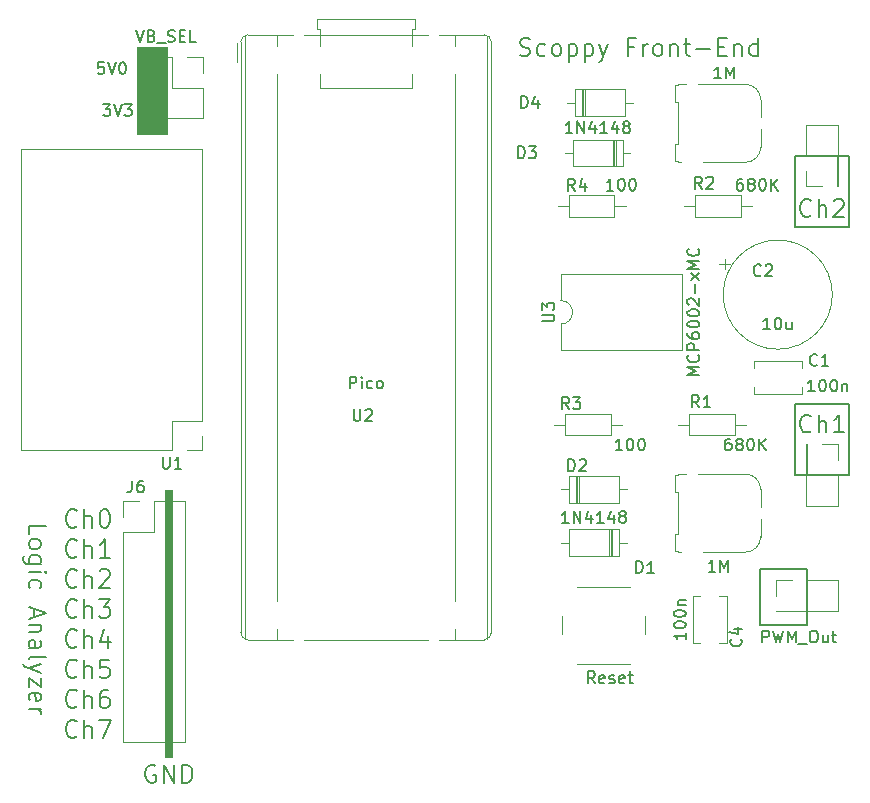
<source format=gbr>
%TF.GenerationSoftware,KiCad,Pcbnew,9.0.1-9.0.1-0~ubuntu24.04.1*%
%TF.CreationDate,2025-04-22T11:37:29+09:00*%
%TF.ProjectId,Scoppy_FrontEnd,53636f70-7079-45f4-9672-6f6e74456e64,rev?*%
%TF.SameCoordinates,Original*%
%TF.FileFunction,Legend,Top*%
%TF.FilePolarity,Positive*%
%FSLAX46Y46*%
G04 Gerber Fmt 4.6, Leading zero omitted, Abs format (unit mm)*
G04 Created by KiCad (PCBNEW 9.0.1-9.0.1-0~ubuntu24.04.1) date 2025-04-22 11:37:29*
%MOMM*%
%LPD*%
G01*
G04 APERTURE LIST*
%ADD10C,0.200000*%
%ADD11C,0.100000*%
%ADD12C,0.150000*%
%ADD13C,0.120000*%
G04 APERTURE END LIST*
D10*
X228065000Y-121000000D02*
X232565000Y-121000000D01*
X232565000Y-127000000D01*
X228065000Y-127000000D01*
X228065000Y-121000000D01*
X225065000Y-135000000D02*
X229065000Y-135000000D01*
X229065000Y-139750000D01*
X225065000Y-139750000D01*
X225065000Y-135000000D01*
D11*
X174690000Y-128306000D02*
X175260000Y-128306000D01*
X175260000Y-150876000D01*
X174690000Y-150876000D01*
X174690000Y-128306000D01*
G36*
X174690000Y-128306000D02*
G01*
X175260000Y-128306000D01*
X175260000Y-150876000D01*
X174690000Y-150876000D01*
X174690000Y-128306000D01*
G37*
X172323500Y-90805000D02*
X174894500Y-90805000D01*
X174894500Y-98171000D01*
X172323500Y-98171000D01*
X172323500Y-90805000D01*
G36*
X172323500Y-90805000D02*
G01*
X174894500Y-90805000D01*
X174894500Y-98171000D01*
X172323500Y-98171000D01*
X172323500Y-90805000D01*
G37*
D10*
X228065000Y-100000000D02*
X232565000Y-100000000D01*
X232565000Y-106000000D01*
X228065000Y-106000000D01*
X228065000Y-100000000D01*
X173863143Y-151654957D02*
X173720286Y-151583528D01*
X173720286Y-151583528D02*
X173506000Y-151583528D01*
X173506000Y-151583528D02*
X173291714Y-151654957D01*
X173291714Y-151654957D02*
X173148857Y-151797814D01*
X173148857Y-151797814D02*
X173077428Y-151940671D01*
X173077428Y-151940671D02*
X173006000Y-152226385D01*
X173006000Y-152226385D02*
X173006000Y-152440671D01*
X173006000Y-152440671D02*
X173077428Y-152726385D01*
X173077428Y-152726385D02*
X173148857Y-152869242D01*
X173148857Y-152869242D02*
X173291714Y-153012100D01*
X173291714Y-153012100D02*
X173506000Y-153083528D01*
X173506000Y-153083528D02*
X173648857Y-153083528D01*
X173648857Y-153083528D02*
X173863143Y-153012100D01*
X173863143Y-153012100D02*
X173934571Y-152940671D01*
X173934571Y-152940671D02*
X173934571Y-152440671D01*
X173934571Y-152440671D02*
X173648857Y-152440671D01*
X174577428Y-153083528D02*
X174577428Y-151583528D01*
X174577428Y-151583528D02*
X175434571Y-153083528D01*
X175434571Y-153083528D02*
X175434571Y-151583528D01*
X176148857Y-153083528D02*
X176148857Y-151583528D01*
X176148857Y-151583528D02*
X176506000Y-151583528D01*
X176506000Y-151583528D02*
X176720286Y-151654957D01*
X176720286Y-151654957D02*
X176863143Y-151797814D01*
X176863143Y-151797814D02*
X176934572Y-151940671D01*
X176934572Y-151940671D02*
X177006000Y-152226385D01*
X177006000Y-152226385D02*
X177006000Y-152440671D01*
X177006000Y-152440671D02*
X176934572Y-152726385D01*
X176934572Y-152726385D02*
X176863143Y-152869242D01*
X176863143Y-152869242D02*
X176720286Y-153012100D01*
X176720286Y-153012100D02*
X176506000Y-153083528D01*
X176506000Y-153083528D02*
X176148857Y-153083528D01*
X204732292Y-91484600D02*
X204946578Y-91556028D01*
X204946578Y-91556028D02*
X205303720Y-91556028D01*
X205303720Y-91556028D02*
X205446578Y-91484600D01*
X205446578Y-91484600D02*
X205518006Y-91413171D01*
X205518006Y-91413171D02*
X205589435Y-91270314D01*
X205589435Y-91270314D02*
X205589435Y-91127457D01*
X205589435Y-91127457D02*
X205518006Y-90984600D01*
X205518006Y-90984600D02*
X205446578Y-90913171D01*
X205446578Y-90913171D02*
X205303720Y-90841742D01*
X205303720Y-90841742D02*
X205018006Y-90770314D01*
X205018006Y-90770314D02*
X204875149Y-90698885D01*
X204875149Y-90698885D02*
X204803720Y-90627457D01*
X204803720Y-90627457D02*
X204732292Y-90484600D01*
X204732292Y-90484600D02*
X204732292Y-90341742D01*
X204732292Y-90341742D02*
X204803720Y-90198885D01*
X204803720Y-90198885D02*
X204875149Y-90127457D01*
X204875149Y-90127457D02*
X205018006Y-90056028D01*
X205018006Y-90056028D02*
X205375149Y-90056028D01*
X205375149Y-90056028D02*
X205589435Y-90127457D01*
X206875149Y-91484600D02*
X206732291Y-91556028D01*
X206732291Y-91556028D02*
X206446577Y-91556028D01*
X206446577Y-91556028D02*
X206303720Y-91484600D01*
X206303720Y-91484600D02*
X206232291Y-91413171D01*
X206232291Y-91413171D02*
X206160863Y-91270314D01*
X206160863Y-91270314D02*
X206160863Y-90841742D01*
X206160863Y-90841742D02*
X206232291Y-90698885D01*
X206232291Y-90698885D02*
X206303720Y-90627457D01*
X206303720Y-90627457D02*
X206446577Y-90556028D01*
X206446577Y-90556028D02*
X206732291Y-90556028D01*
X206732291Y-90556028D02*
X206875149Y-90627457D01*
X207732291Y-91556028D02*
X207589434Y-91484600D01*
X207589434Y-91484600D02*
X207518005Y-91413171D01*
X207518005Y-91413171D02*
X207446577Y-91270314D01*
X207446577Y-91270314D02*
X207446577Y-90841742D01*
X207446577Y-90841742D02*
X207518005Y-90698885D01*
X207518005Y-90698885D02*
X207589434Y-90627457D01*
X207589434Y-90627457D02*
X207732291Y-90556028D01*
X207732291Y-90556028D02*
X207946577Y-90556028D01*
X207946577Y-90556028D02*
X208089434Y-90627457D01*
X208089434Y-90627457D02*
X208160863Y-90698885D01*
X208160863Y-90698885D02*
X208232291Y-90841742D01*
X208232291Y-90841742D02*
X208232291Y-91270314D01*
X208232291Y-91270314D02*
X208160863Y-91413171D01*
X208160863Y-91413171D02*
X208089434Y-91484600D01*
X208089434Y-91484600D02*
X207946577Y-91556028D01*
X207946577Y-91556028D02*
X207732291Y-91556028D01*
X208875148Y-90556028D02*
X208875148Y-92056028D01*
X208875148Y-90627457D02*
X209018006Y-90556028D01*
X209018006Y-90556028D02*
X209303720Y-90556028D01*
X209303720Y-90556028D02*
X209446577Y-90627457D01*
X209446577Y-90627457D02*
X209518006Y-90698885D01*
X209518006Y-90698885D02*
X209589434Y-90841742D01*
X209589434Y-90841742D02*
X209589434Y-91270314D01*
X209589434Y-91270314D02*
X209518006Y-91413171D01*
X209518006Y-91413171D02*
X209446577Y-91484600D01*
X209446577Y-91484600D02*
X209303720Y-91556028D01*
X209303720Y-91556028D02*
X209018006Y-91556028D01*
X209018006Y-91556028D02*
X208875148Y-91484600D01*
X210232291Y-90556028D02*
X210232291Y-92056028D01*
X210232291Y-90627457D02*
X210375149Y-90556028D01*
X210375149Y-90556028D02*
X210660863Y-90556028D01*
X210660863Y-90556028D02*
X210803720Y-90627457D01*
X210803720Y-90627457D02*
X210875149Y-90698885D01*
X210875149Y-90698885D02*
X210946577Y-90841742D01*
X210946577Y-90841742D02*
X210946577Y-91270314D01*
X210946577Y-91270314D02*
X210875149Y-91413171D01*
X210875149Y-91413171D02*
X210803720Y-91484600D01*
X210803720Y-91484600D02*
X210660863Y-91556028D01*
X210660863Y-91556028D02*
X210375149Y-91556028D01*
X210375149Y-91556028D02*
X210232291Y-91484600D01*
X211446577Y-90556028D02*
X211803720Y-91556028D01*
X212160863Y-90556028D02*
X211803720Y-91556028D01*
X211803720Y-91556028D02*
X211660863Y-91913171D01*
X211660863Y-91913171D02*
X211589434Y-91984600D01*
X211589434Y-91984600D02*
X211446577Y-92056028D01*
X214375148Y-90770314D02*
X213875148Y-90770314D01*
X213875148Y-91556028D02*
X213875148Y-90056028D01*
X213875148Y-90056028D02*
X214589434Y-90056028D01*
X215160862Y-91556028D02*
X215160862Y-90556028D01*
X215160862Y-90841742D02*
X215232291Y-90698885D01*
X215232291Y-90698885D02*
X215303720Y-90627457D01*
X215303720Y-90627457D02*
X215446577Y-90556028D01*
X215446577Y-90556028D02*
X215589434Y-90556028D01*
X216303719Y-91556028D02*
X216160862Y-91484600D01*
X216160862Y-91484600D02*
X216089433Y-91413171D01*
X216089433Y-91413171D02*
X216018005Y-91270314D01*
X216018005Y-91270314D02*
X216018005Y-90841742D01*
X216018005Y-90841742D02*
X216089433Y-90698885D01*
X216089433Y-90698885D02*
X216160862Y-90627457D01*
X216160862Y-90627457D02*
X216303719Y-90556028D01*
X216303719Y-90556028D02*
X216518005Y-90556028D01*
X216518005Y-90556028D02*
X216660862Y-90627457D01*
X216660862Y-90627457D02*
X216732291Y-90698885D01*
X216732291Y-90698885D02*
X216803719Y-90841742D01*
X216803719Y-90841742D02*
X216803719Y-91270314D01*
X216803719Y-91270314D02*
X216732291Y-91413171D01*
X216732291Y-91413171D02*
X216660862Y-91484600D01*
X216660862Y-91484600D02*
X216518005Y-91556028D01*
X216518005Y-91556028D02*
X216303719Y-91556028D01*
X217446576Y-90556028D02*
X217446576Y-91556028D01*
X217446576Y-90698885D02*
X217518005Y-90627457D01*
X217518005Y-90627457D02*
X217660862Y-90556028D01*
X217660862Y-90556028D02*
X217875148Y-90556028D01*
X217875148Y-90556028D02*
X218018005Y-90627457D01*
X218018005Y-90627457D02*
X218089434Y-90770314D01*
X218089434Y-90770314D02*
X218089434Y-91556028D01*
X218589434Y-90556028D02*
X219160862Y-90556028D01*
X218803719Y-90056028D02*
X218803719Y-91341742D01*
X218803719Y-91341742D02*
X218875148Y-91484600D01*
X218875148Y-91484600D02*
X219018005Y-91556028D01*
X219018005Y-91556028D02*
X219160862Y-91556028D01*
X219660862Y-90984600D02*
X220803720Y-90984600D01*
X221518005Y-90770314D02*
X222018005Y-90770314D01*
X222232291Y-91556028D02*
X221518005Y-91556028D01*
X221518005Y-91556028D02*
X221518005Y-90056028D01*
X221518005Y-90056028D02*
X222232291Y-90056028D01*
X222875148Y-90556028D02*
X222875148Y-91556028D01*
X222875148Y-90698885D02*
X222946577Y-90627457D01*
X222946577Y-90627457D02*
X223089434Y-90556028D01*
X223089434Y-90556028D02*
X223303720Y-90556028D01*
X223303720Y-90556028D02*
X223446577Y-90627457D01*
X223446577Y-90627457D02*
X223518006Y-90770314D01*
X223518006Y-90770314D02*
X223518006Y-91556028D01*
X224875149Y-91556028D02*
X224875149Y-90056028D01*
X224875149Y-91484600D02*
X224732291Y-91556028D01*
X224732291Y-91556028D02*
X224446577Y-91556028D01*
X224446577Y-91556028D02*
X224303720Y-91484600D01*
X224303720Y-91484600D02*
X224232291Y-91413171D01*
X224232291Y-91413171D02*
X224160863Y-91270314D01*
X224160863Y-91270314D02*
X224160863Y-90841742D01*
X224160863Y-90841742D02*
X224232291Y-90698885D01*
X224232291Y-90698885D02*
X224303720Y-90627457D01*
X224303720Y-90627457D02*
X224446577Y-90556028D01*
X224446577Y-90556028D02*
X224732291Y-90556028D01*
X224732291Y-90556028D02*
X224875149Y-90627457D01*
X169438435Y-95641219D02*
X170057482Y-95641219D01*
X170057482Y-95641219D02*
X169724149Y-96022171D01*
X169724149Y-96022171D02*
X169867006Y-96022171D01*
X169867006Y-96022171D02*
X169962244Y-96069790D01*
X169962244Y-96069790D02*
X170009863Y-96117409D01*
X170009863Y-96117409D02*
X170057482Y-96212647D01*
X170057482Y-96212647D02*
X170057482Y-96450742D01*
X170057482Y-96450742D02*
X170009863Y-96545980D01*
X170009863Y-96545980D02*
X169962244Y-96593600D01*
X169962244Y-96593600D02*
X169867006Y-96641219D01*
X169867006Y-96641219D02*
X169581292Y-96641219D01*
X169581292Y-96641219D02*
X169486054Y-96593600D01*
X169486054Y-96593600D02*
X169438435Y-96545980D01*
X170343197Y-95641219D02*
X170676530Y-96641219D01*
X170676530Y-96641219D02*
X171009863Y-95641219D01*
X171247959Y-95641219D02*
X171867006Y-95641219D01*
X171867006Y-95641219D02*
X171533673Y-96022171D01*
X171533673Y-96022171D02*
X171676530Y-96022171D01*
X171676530Y-96022171D02*
X171771768Y-96069790D01*
X171771768Y-96069790D02*
X171819387Y-96117409D01*
X171819387Y-96117409D02*
X171867006Y-96212647D01*
X171867006Y-96212647D02*
X171867006Y-96450742D01*
X171867006Y-96450742D02*
X171819387Y-96545980D01*
X171819387Y-96545980D02*
X171771768Y-96593600D01*
X171771768Y-96593600D02*
X171676530Y-96641219D01*
X171676530Y-96641219D02*
X171390816Y-96641219D01*
X171390816Y-96641219D02*
X171295578Y-96593600D01*
X171295578Y-96593600D02*
X171247959Y-96545980D01*
X169501863Y-92085219D02*
X169025673Y-92085219D01*
X169025673Y-92085219D02*
X168978054Y-92561409D01*
X168978054Y-92561409D02*
X169025673Y-92513790D01*
X169025673Y-92513790D02*
X169120911Y-92466171D01*
X169120911Y-92466171D02*
X169359006Y-92466171D01*
X169359006Y-92466171D02*
X169454244Y-92513790D01*
X169454244Y-92513790D02*
X169501863Y-92561409D01*
X169501863Y-92561409D02*
X169549482Y-92656647D01*
X169549482Y-92656647D02*
X169549482Y-92894742D01*
X169549482Y-92894742D02*
X169501863Y-92989980D01*
X169501863Y-92989980D02*
X169454244Y-93037600D01*
X169454244Y-93037600D02*
X169359006Y-93085219D01*
X169359006Y-93085219D02*
X169120911Y-93085219D01*
X169120911Y-93085219D02*
X169025673Y-93037600D01*
X169025673Y-93037600D02*
X168978054Y-92989980D01*
X169835197Y-92085219D02*
X170168530Y-93085219D01*
X170168530Y-93085219D02*
X170501863Y-92085219D01*
X171025673Y-92085219D02*
X171120911Y-92085219D01*
X171120911Y-92085219D02*
X171216149Y-92132838D01*
X171216149Y-92132838D02*
X171263768Y-92180457D01*
X171263768Y-92180457D02*
X171311387Y-92275695D01*
X171311387Y-92275695D02*
X171359006Y-92466171D01*
X171359006Y-92466171D02*
X171359006Y-92704266D01*
X171359006Y-92704266D02*
X171311387Y-92894742D01*
X171311387Y-92894742D02*
X171263768Y-92989980D01*
X171263768Y-92989980D02*
X171216149Y-93037600D01*
X171216149Y-93037600D02*
X171120911Y-93085219D01*
X171120911Y-93085219D02*
X171025673Y-93085219D01*
X171025673Y-93085219D02*
X170930435Y-93037600D01*
X170930435Y-93037600D02*
X170882816Y-92989980D01*
X170882816Y-92989980D02*
X170835197Y-92894742D01*
X170835197Y-92894742D02*
X170787578Y-92704266D01*
X170787578Y-92704266D02*
X170787578Y-92466171D01*
X170787578Y-92466171D02*
X170835197Y-92275695D01*
X170835197Y-92275695D02*
X170882816Y-92180457D01*
X170882816Y-92180457D02*
X170930435Y-92132838D01*
X170930435Y-92132838D02*
X171025673Y-92085219D01*
X167219428Y-131367069D02*
X167148000Y-131442308D01*
X167148000Y-131442308D02*
X166933714Y-131517546D01*
X166933714Y-131517546D02*
X166790857Y-131517546D01*
X166790857Y-131517546D02*
X166576571Y-131442308D01*
X166576571Y-131442308D02*
X166433714Y-131291831D01*
X166433714Y-131291831D02*
X166362285Y-131141355D01*
X166362285Y-131141355D02*
X166290857Y-130840403D01*
X166290857Y-130840403D02*
X166290857Y-130614688D01*
X166290857Y-130614688D02*
X166362285Y-130313736D01*
X166362285Y-130313736D02*
X166433714Y-130163260D01*
X166433714Y-130163260D02*
X166576571Y-130012784D01*
X166576571Y-130012784D02*
X166790857Y-129937546D01*
X166790857Y-129937546D02*
X166933714Y-129937546D01*
X166933714Y-129937546D02*
X167148000Y-130012784D01*
X167148000Y-130012784D02*
X167219428Y-130088022D01*
X167862285Y-131517546D02*
X167862285Y-129937546D01*
X168505143Y-131517546D02*
X168505143Y-130689927D01*
X168505143Y-130689927D02*
X168433714Y-130539450D01*
X168433714Y-130539450D02*
X168290857Y-130464212D01*
X168290857Y-130464212D02*
X168076571Y-130464212D01*
X168076571Y-130464212D02*
X167933714Y-130539450D01*
X167933714Y-130539450D02*
X167862285Y-130614688D01*
X169505143Y-129937546D02*
X169648000Y-129937546D01*
X169648000Y-129937546D02*
X169790857Y-130012784D01*
X169790857Y-130012784D02*
X169862286Y-130088022D01*
X169862286Y-130088022D02*
X169933714Y-130238498D01*
X169933714Y-130238498D02*
X170005143Y-130539450D01*
X170005143Y-130539450D02*
X170005143Y-130915641D01*
X170005143Y-130915641D02*
X169933714Y-131216593D01*
X169933714Y-131216593D02*
X169862286Y-131367069D01*
X169862286Y-131367069D02*
X169790857Y-131442308D01*
X169790857Y-131442308D02*
X169648000Y-131517546D01*
X169648000Y-131517546D02*
X169505143Y-131517546D01*
X169505143Y-131517546D02*
X169362286Y-131442308D01*
X169362286Y-131442308D02*
X169290857Y-131367069D01*
X169290857Y-131367069D02*
X169219428Y-131216593D01*
X169219428Y-131216593D02*
X169148000Y-130915641D01*
X169148000Y-130915641D02*
X169148000Y-130539450D01*
X169148000Y-130539450D02*
X169219428Y-130238498D01*
X169219428Y-130238498D02*
X169290857Y-130088022D01*
X169290857Y-130088022D02*
X169362286Y-130012784D01*
X169362286Y-130012784D02*
X169505143Y-129937546D01*
X167219428Y-133910781D02*
X167148000Y-133986020D01*
X167148000Y-133986020D02*
X166933714Y-134061258D01*
X166933714Y-134061258D02*
X166790857Y-134061258D01*
X166790857Y-134061258D02*
X166576571Y-133986020D01*
X166576571Y-133986020D02*
X166433714Y-133835543D01*
X166433714Y-133835543D02*
X166362285Y-133685067D01*
X166362285Y-133685067D02*
X166290857Y-133384115D01*
X166290857Y-133384115D02*
X166290857Y-133158400D01*
X166290857Y-133158400D02*
X166362285Y-132857448D01*
X166362285Y-132857448D02*
X166433714Y-132706972D01*
X166433714Y-132706972D02*
X166576571Y-132556496D01*
X166576571Y-132556496D02*
X166790857Y-132481258D01*
X166790857Y-132481258D02*
X166933714Y-132481258D01*
X166933714Y-132481258D02*
X167148000Y-132556496D01*
X167148000Y-132556496D02*
X167219428Y-132631734D01*
X167862285Y-134061258D02*
X167862285Y-132481258D01*
X168505143Y-134061258D02*
X168505143Y-133233639D01*
X168505143Y-133233639D02*
X168433714Y-133083162D01*
X168433714Y-133083162D02*
X168290857Y-133007924D01*
X168290857Y-133007924D02*
X168076571Y-133007924D01*
X168076571Y-133007924D02*
X167933714Y-133083162D01*
X167933714Y-133083162D02*
X167862285Y-133158400D01*
X170005143Y-134061258D02*
X169148000Y-134061258D01*
X169576571Y-134061258D02*
X169576571Y-132481258D01*
X169576571Y-132481258D02*
X169433714Y-132706972D01*
X169433714Y-132706972D02*
X169290857Y-132857448D01*
X169290857Y-132857448D02*
X169148000Y-132932686D01*
X167219428Y-136454493D02*
X167148000Y-136529732D01*
X167148000Y-136529732D02*
X166933714Y-136604970D01*
X166933714Y-136604970D02*
X166790857Y-136604970D01*
X166790857Y-136604970D02*
X166576571Y-136529732D01*
X166576571Y-136529732D02*
X166433714Y-136379255D01*
X166433714Y-136379255D02*
X166362285Y-136228779D01*
X166362285Y-136228779D02*
X166290857Y-135927827D01*
X166290857Y-135927827D02*
X166290857Y-135702112D01*
X166290857Y-135702112D02*
X166362285Y-135401160D01*
X166362285Y-135401160D02*
X166433714Y-135250684D01*
X166433714Y-135250684D02*
X166576571Y-135100208D01*
X166576571Y-135100208D02*
X166790857Y-135024970D01*
X166790857Y-135024970D02*
X166933714Y-135024970D01*
X166933714Y-135024970D02*
X167148000Y-135100208D01*
X167148000Y-135100208D02*
X167219428Y-135175446D01*
X167862285Y-136604970D02*
X167862285Y-135024970D01*
X168505143Y-136604970D02*
X168505143Y-135777351D01*
X168505143Y-135777351D02*
X168433714Y-135626874D01*
X168433714Y-135626874D02*
X168290857Y-135551636D01*
X168290857Y-135551636D02*
X168076571Y-135551636D01*
X168076571Y-135551636D02*
X167933714Y-135626874D01*
X167933714Y-135626874D02*
X167862285Y-135702112D01*
X169148000Y-135175446D02*
X169219428Y-135100208D01*
X169219428Y-135100208D02*
X169362286Y-135024970D01*
X169362286Y-135024970D02*
X169719428Y-135024970D01*
X169719428Y-135024970D02*
X169862286Y-135100208D01*
X169862286Y-135100208D02*
X169933714Y-135175446D01*
X169933714Y-135175446D02*
X170005143Y-135325922D01*
X170005143Y-135325922D02*
X170005143Y-135476398D01*
X170005143Y-135476398D02*
X169933714Y-135702112D01*
X169933714Y-135702112D02*
X169076571Y-136604970D01*
X169076571Y-136604970D02*
X170005143Y-136604970D01*
X167219428Y-138998205D02*
X167148000Y-139073444D01*
X167148000Y-139073444D02*
X166933714Y-139148682D01*
X166933714Y-139148682D02*
X166790857Y-139148682D01*
X166790857Y-139148682D02*
X166576571Y-139073444D01*
X166576571Y-139073444D02*
X166433714Y-138922967D01*
X166433714Y-138922967D02*
X166362285Y-138772491D01*
X166362285Y-138772491D02*
X166290857Y-138471539D01*
X166290857Y-138471539D02*
X166290857Y-138245824D01*
X166290857Y-138245824D02*
X166362285Y-137944872D01*
X166362285Y-137944872D02*
X166433714Y-137794396D01*
X166433714Y-137794396D02*
X166576571Y-137643920D01*
X166576571Y-137643920D02*
X166790857Y-137568682D01*
X166790857Y-137568682D02*
X166933714Y-137568682D01*
X166933714Y-137568682D02*
X167148000Y-137643920D01*
X167148000Y-137643920D02*
X167219428Y-137719158D01*
X167862285Y-139148682D02*
X167862285Y-137568682D01*
X168505143Y-139148682D02*
X168505143Y-138321063D01*
X168505143Y-138321063D02*
X168433714Y-138170586D01*
X168433714Y-138170586D02*
X168290857Y-138095348D01*
X168290857Y-138095348D02*
X168076571Y-138095348D01*
X168076571Y-138095348D02*
X167933714Y-138170586D01*
X167933714Y-138170586D02*
X167862285Y-138245824D01*
X169076571Y-137568682D02*
X170005143Y-137568682D01*
X170005143Y-137568682D02*
X169505143Y-138170586D01*
X169505143Y-138170586D02*
X169719428Y-138170586D01*
X169719428Y-138170586D02*
X169862286Y-138245824D01*
X169862286Y-138245824D02*
X169933714Y-138321063D01*
X169933714Y-138321063D02*
X170005143Y-138471539D01*
X170005143Y-138471539D02*
X170005143Y-138847729D01*
X170005143Y-138847729D02*
X169933714Y-138998205D01*
X169933714Y-138998205D02*
X169862286Y-139073444D01*
X169862286Y-139073444D02*
X169719428Y-139148682D01*
X169719428Y-139148682D02*
X169290857Y-139148682D01*
X169290857Y-139148682D02*
X169148000Y-139073444D01*
X169148000Y-139073444D02*
X169076571Y-138998205D01*
X167219428Y-141541917D02*
X167148000Y-141617156D01*
X167148000Y-141617156D02*
X166933714Y-141692394D01*
X166933714Y-141692394D02*
X166790857Y-141692394D01*
X166790857Y-141692394D02*
X166576571Y-141617156D01*
X166576571Y-141617156D02*
X166433714Y-141466679D01*
X166433714Y-141466679D02*
X166362285Y-141316203D01*
X166362285Y-141316203D02*
X166290857Y-141015251D01*
X166290857Y-141015251D02*
X166290857Y-140789536D01*
X166290857Y-140789536D02*
X166362285Y-140488584D01*
X166362285Y-140488584D02*
X166433714Y-140338108D01*
X166433714Y-140338108D02*
X166576571Y-140187632D01*
X166576571Y-140187632D02*
X166790857Y-140112394D01*
X166790857Y-140112394D02*
X166933714Y-140112394D01*
X166933714Y-140112394D02*
X167148000Y-140187632D01*
X167148000Y-140187632D02*
X167219428Y-140262870D01*
X167862285Y-141692394D02*
X167862285Y-140112394D01*
X168505143Y-141692394D02*
X168505143Y-140864775D01*
X168505143Y-140864775D02*
X168433714Y-140714298D01*
X168433714Y-140714298D02*
X168290857Y-140639060D01*
X168290857Y-140639060D02*
X168076571Y-140639060D01*
X168076571Y-140639060D02*
X167933714Y-140714298D01*
X167933714Y-140714298D02*
X167862285Y-140789536D01*
X169862286Y-140639060D02*
X169862286Y-141692394D01*
X169505143Y-140037156D02*
X169148000Y-141165727D01*
X169148000Y-141165727D02*
X170076571Y-141165727D01*
X167219428Y-144085629D02*
X167148000Y-144160868D01*
X167148000Y-144160868D02*
X166933714Y-144236106D01*
X166933714Y-144236106D02*
X166790857Y-144236106D01*
X166790857Y-144236106D02*
X166576571Y-144160868D01*
X166576571Y-144160868D02*
X166433714Y-144010391D01*
X166433714Y-144010391D02*
X166362285Y-143859915D01*
X166362285Y-143859915D02*
X166290857Y-143558963D01*
X166290857Y-143558963D02*
X166290857Y-143333248D01*
X166290857Y-143333248D02*
X166362285Y-143032296D01*
X166362285Y-143032296D02*
X166433714Y-142881820D01*
X166433714Y-142881820D02*
X166576571Y-142731344D01*
X166576571Y-142731344D02*
X166790857Y-142656106D01*
X166790857Y-142656106D02*
X166933714Y-142656106D01*
X166933714Y-142656106D02*
X167148000Y-142731344D01*
X167148000Y-142731344D02*
X167219428Y-142806582D01*
X167862285Y-144236106D02*
X167862285Y-142656106D01*
X168505143Y-144236106D02*
X168505143Y-143408487D01*
X168505143Y-143408487D02*
X168433714Y-143258010D01*
X168433714Y-143258010D02*
X168290857Y-143182772D01*
X168290857Y-143182772D02*
X168076571Y-143182772D01*
X168076571Y-143182772D02*
X167933714Y-143258010D01*
X167933714Y-143258010D02*
X167862285Y-143333248D01*
X169933714Y-142656106D02*
X169219428Y-142656106D01*
X169219428Y-142656106D02*
X169148000Y-143408487D01*
X169148000Y-143408487D02*
X169219428Y-143333248D01*
X169219428Y-143333248D02*
X169362286Y-143258010D01*
X169362286Y-143258010D02*
X169719428Y-143258010D01*
X169719428Y-143258010D02*
X169862286Y-143333248D01*
X169862286Y-143333248D02*
X169933714Y-143408487D01*
X169933714Y-143408487D02*
X170005143Y-143558963D01*
X170005143Y-143558963D02*
X170005143Y-143935153D01*
X170005143Y-143935153D02*
X169933714Y-144085629D01*
X169933714Y-144085629D02*
X169862286Y-144160868D01*
X169862286Y-144160868D02*
X169719428Y-144236106D01*
X169719428Y-144236106D02*
X169362286Y-144236106D01*
X169362286Y-144236106D02*
X169219428Y-144160868D01*
X169219428Y-144160868D02*
X169148000Y-144085629D01*
X167219428Y-146629341D02*
X167148000Y-146704580D01*
X167148000Y-146704580D02*
X166933714Y-146779818D01*
X166933714Y-146779818D02*
X166790857Y-146779818D01*
X166790857Y-146779818D02*
X166576571Y-146704580D01*
X166576571Y-146704580D02*
X166433714Y-146554103D01*
X166433714Y-146554103D02*
X166362285Y-146403627D01*
X166362285Y-146403627D02*
X166290857Y-146102675D01*
X166290857Y-146102675D02*
X166290857Y-145876960D01*
X166290857Y-145876960D02*
X166362285Y-145576008D01*
X166362285Y-145576008D02*
X166433714Y-145425532D01*
X166433714Y-145425532D02*
X166576571Y-145275056D01*
X166576571Y-145275056D02*
X166790857Y-145199818D01*
X166790857Y-145199818D02*
X166933714Y-145199818D01*
X166933714Y-145199818D02*
X167148000Y-145275056D01*
X167148000Y-145275056D02*
X167219428Y-145350294D01*
X167862285Y-146779818D02*
X167862285Y-145199818D01*
X168505143Y-146779818D02*
X168505143Y-145952199D01*
X168505143Y-145952199D02*
X168433714Y-145801722D01*
X168433714Y-145801722D02*
X168290857Y-145726484D01*
X168290857Y-145726484D02*
X168076571Y-145726484D01*
X168076571Y-145726484D02*
X167933714Y-145801722D01*
X167933714Y-145801722D02*
X167862285Y-145876960D01*
X169862286Y-145199818D02*
X169576571Y-145199818D01*
X169576571Y-145199818D02*
X169433714Y-145275056D01*
X169433714Y-145275056D02*
X169362286Y-145350294D01*
X169362286Y-145350294D02*
X169219428Y-145576008D01*
X169219428Y-145576008D02*
X169148000Y-145876960D01*
X169148000Y-145876960D02*
X169148000Y-146478865D01*
X169148000Y-146478865D02*
X169219428Y-146629341D01*
X169219428Y-146629341D02*
X169290857Y-146704580D01*
X169290857Y-146704580D02*
X169433714Y-146779818D01*
X169433714Y-146779818D02*
X169719428Y-146779818D01*
X169719428Y-146779818D02*
X169862286Y-146704580D01*
X169862286Y-146704580D02*
X169933714Y-146629341D01*
X169933714Y-146629341D02*
X170005143Y-146478865D01*
X170005143Y-146478865D02*
X170005143Y-146102675D01*
X170005143Y-146102675D02*
X169933714Y-145952199D01*
X169933714Y-145952199D02*
X169862286Y-145876960D01*
X169862286Y-145876960D02*
X169719428Y-145801722D01*
X169719428Y-145801722D02*
X169433714Y-145801722D01*
X169433714Y-145801722D02*
X169290857Y-145876960D01*
X169290857Y-145876960D02*
X169219428Y-145952199D01*
X169219428Y-145952199D02*
X169148000Y-146102675D01*
X167219428Y-149173053D02*
X167148000Y-149248292D01*
X167148000Y-149248292D02*
X166933714Y-149323530D01*
X166933714Y-149323530D02*
X166790857Y-149323530D01*
X166790857Y-149323530D02*
X166576571Y-149248292D01*
X166576571Y-149248292D02*
X166433714Y-149097815D01*
X166433714Y-149097815D02*
X166362285Y-148947339D01*
X166362285Y-148947339D02*
X166290857Y-148646387D01*
X166290857Y-148646387D02*
X166290857Y-148420672D01*
X166290857Y-148420672D02*
X166362285Y-148119720D01*
X166362285Y-148119720D02*
X166433714Y-147969244D01*
X166433714Y-147969244D02*
X166576571Y-147818768D01*
X166576571Y-147818768D02*
X166790857Y-147743530D01*
X166790857Y-147743530D02*
X166933714Y-147743530D01*
X166933714Y-147743530D02*
X167148000Y-147818768D01*
X167148000Y-147818768D02*
X167219428Y-147894006D01*
X167862285Y-149323530D02*
X167862285Y-147743530D01*
X168505143Y-149323530D02*
X168505143Y-148495911D01*
X168505143Y-148495911D02*
X168433714Y-148345434D01*
X168433714Y-148345434D02*
X168290857Y-148270196D01*
X168290857Y-148270196D02*
X168076571Y-148270196D01*
X168076571Y-148270196D02*
X167933714Y-148345434D01*
X167933714Y-148345434D02*
X167862285Y-148420672D01*
X169076571Y-147743530D02*
X170076571Y-147743530D01*
X170076571Y-147743530D02*
X169433714Y-149323530D01*
D12*
X229898333Y-117699580D02*
X229850714Y-117747200D01*
X229850714Y-117747200D02*
X229707857Y-117794819D01*
X229707857Y-117794819D02*
X229612619Y-117794819D01*
X229612619Y-117794819D02*
X229469762Y-117747200D01*
X229469762Y-117747200D02*
X229374524Y-117651961D01*
X229374524Y-117651961D02*
X229326905Y-117556723D01*
X229326905Y-117556723D02*
X229279286Y-117366247D01*
X229279286Y-117366247D02*
X229279286Y-117223390D01*
X229279286Y-117223390D02*
X229326905Y-117032914D01*
X229326905Y-117032914D02*
X229374524Y-116937676D01*
X229374524Y-116937676D02*
X229469762Y-116842438D01*
X229469762Y-116842438D02*
X229612619Y-116794819D01*
X229612619Y-116794819D02*
X229707857Y-116794819D01*
X229707857Y-116794819D02*
X229850714Y-116842438D01*
X229850714Y-116842438D02*
X229898333Y-116890057D01*
X230850714Y-117794819D02*
X230279286Y-117794819D01*
X230565000Y-117794819D02*
X230565000Y-116794819D01*
X230565000Y-116794819D02*
X230469762Y-116937676D01*
X230469762Y-116937676D02*
X230374524Y-117032914D01*
X230374524Y-117032914D02*
X230279286Y-117080533D01*
X229695952Y-119954819D02*
X229124524Y-119954819D01*
X229410238Y-119954819D02*
X229410238Y-118954819D01*
X229410238Y-118954819D02*
X229315000Y-119097676D01*
X229315000Y-119097676D02*
X229219762Y-119192914D01*
X229219762Y-119192914D02*
X229124524Y-119240533D01*
X230315000Y-118954819D02*
X230410238Y-118954819D01*
X230410238Y-118954819D02*
X230505476Y-119002438D01*
X230505476Y-119002438D02*
X230553095Y-119050057D01*
X230553095Y-119050057D02*
X230600714Y-119145295D01*
X230600714Y-119145295D02*
X230648333Y-119335771D01*
X230648333Y-119335771D02*
X230648333Y-119573866D01*
X230648333Y-119573866D02*
X230600714Y-119764342D01*
X230600714Y-119764342D02*
X230553095Y-119859580D01*
X230553095Y-119859580D02*
X230505476Y-119907200D01*
X230505476Y-119907200D02*
X230410238Y-119954819D01*
X230410238Y-119954819D02*
X230315000Y-119954819D01*
X230315000Y-119954819D02*
X230219762Y-119907200D01*
X230219762Y-119907200D02*
X230172143Y-119859580D01*
X230172143Y-119859580D02*
X230124524Y-119764342D01*
X230124524Y-119764342D02*
X230076905Y-119573866D01*
X230076905Y-119573866D02*
X230076905Y-119335771D01*
X230076905Y-119335771D02*
X230124524Y-119145295D01*
X230124524Y-119145295D02*
X230172143Y-119050057D01*
X230172143Y-119050057D02*
X230219762Y-119002438D01*
X230219762Y-119002438D02*
X230315000Y-118954819D01*
X231267381Y-118954819D02*
X231362619Y-118954819D01*
X231362619Y-118954819D02*
X231457857Y-119002438D01*
X231457857Y-119002438D02*
X231505476Y-119050057D01*
X231505476Y-119050057D02*
X231553095Y-119145295D01*
X231553095Y-119145295D02*
X231600714Y-119335771D01*
X231600714Y-119335771D02*
X231600714Y-119573866D01*
X231600714Y-119573866D02*
X231553095Y-119764342D01*
X231553095Y-119764342D02*
X231505476Y-119859580D01*
X231505476Y-119859580D02*
X231457857Y-119907200D01*
X231457857Y-119907200D02*
X231362619Y-119954819D01*
X231362619Y-119954819D02*
X231267381Y-119954819D01*
X231267381Y-119954819D02*
X231172143Y-119907200D01*
X231172143Y-119907200D02*
X231124524Y-119859580D01*
X231124524Y-119859580D02*
X231076905Y-119764342D01*
X231076905Y-119764342D02*
X231029286Y-119573866D01*
X231029286Y-119573866D02*
X231029286Y-119335771D01*
X231029286Y-119335771D02*
X231076905Y-119145295D01*
X231076905Y-119145295D02*
X231124524Y-119050057D01*
X231124524Y-119050057D02*
X231172143Y-119002438D01*
X231172143Y-119002438D02*
X231267381Y-118954819D01*
X232029286Y-119288152D02*
X232029286Y-119954819D01*
X232029286Y-119383390D02*
X232076905Y-119335771D01*
X232076905Y-119335771D02*
X232172143Y-119288152D01*
X232172143Y-119288152D02*
X232315000Y-119288152D01*
X232315000Y-119288152D02*
X232410238Y-119335771D01*
X232410238Y-119335771D02*
X232457857Y-119431009D01*
X232457857Y-119431009D02*
X232457857Y-119954819D01*
X221279285Y-135204819D02*
X220707857Y-135204819D01*
X220993571Y-135204819D02*
X220993571Y-134204819D01*
X220993571Y-134204819D02*
X220898333Y-134347676D01*
X220898333Y-134347676D02*
X220803095Y-134442914D01*
X220803095Y-134442914D02*
X220707857Y-134490533D01*
X221707857Y-135204819D02*
X221707857Y-134204819D01*
X221707857Y-134204819D02*
X222041190Y-134919104D01*
X222041190Y-134919104D02*
X222374523Y-134204819D01*
X222374523Y-134204819D02*
X222374523Y-135204819D01*
X219898333Y-121294819D02*
X219565000Y-120818628D01*
X219326905Y-121294819D02*
X219326905Y-120294819D01*
X219326905Y-120294819D02*
X219707857Y-120294819D01*
X219707857Y-120294819D02*
X219803095Y-120342438D01*
X219803095Y-120342438D02*
X219850714Y-120390057D01*
X219850714Y-120390057D02*
X219898333Y-120485295D01*
X219898333Y-120485295D02*
X219898333Y-120628152D01*
X219898333Y-120628152D02*
X219850714Y-120723390D01*
X219850714Y-120723390D02*
X219803095Y-120771009D01*
X219803095Y-120771009D02*
X219707857Y-120818628D01*
X219707857Y-120818628D02*
X219326905Y-120818628D01*
X220850714Y-121294819D02*
X220279286Y-121294819D01*
X220565000Y-121294819D02*
X220565000Y-120294819D01*
X220565000Y-120294819D02*
X220469762Y-120437676D01*
X220469762Y-120437676D02*
X220374524Y-120532914D01*
X220374524Y-120532914D02*
X220279286Y-120580533D01*
X222553095Y-123954819D02*
X222362619Y-123954819D01*
X222362619Y-123954819D02*
X222267381Y-124002438D01*
X222267381Y-124002438D02*
X222219762Y-124050057D01*
X222219762Y-124050057D02*
X222124524Y-124192914D01*
X222124524Y-124192914D02*
X222076905Y-124383390D01*
X222076905Y-124383390D02*
X222076905Y-124764342D01*
X222076905Y-124764342D02*
X222124524Y-124859580D01*
X222124524Y-124859580D02*
X222172143Y-124907200D01*
X222172143Y-124907200D02*
X222267381Y-124954819D01*
X222267381Y-124954819D02*
X222457857Y-124954819D01*
X222457857Y-124954819D02*
X222553095Y-124907200D01*
X222553095Y-124907200D02*
X222600714Y-124859580D01*
X222600714Y-124859580D02*
X222648333Y-124764342D01*
X222648333Y-124764342D02*
X222648333Y-124526247D01*
X222648333Y-124526247D02*
X222600714Y-124431009D01*
X222600714Y-124431009D02*
X222553095Y-124383390D01*
X222553095Y-124383390D02*
X222457857Y-124335771D01*
X222457857Y-124335771D02*
X222267381Y-124335771D01*
X222267381Y-124335771D02*
X222172143Y-124383390D01*
X222172143Y-124383390D02*
X222124524Y-124431009D01*
X222124524Y-124431009D02*
X222076905Y-124526247D01*
X223219762Y-124383390D02*
X223124524Y-124335771D01*
X223124524Y-124335771D02*
X223076905Y-124288152D01*
X223076905Y-124288152D02*
X223029286Y-124192914D01*
X223029286Y-124192914D02*
X223029286Y-124145295D01*
X223029286Y-124145295D02*
X223076905Y-124050057D01*
X223076905Y-124050057D02*
X223124524Y-124002438D01*
X223124524Y-124002438D02*
X223219762Y-123954819D01*
X223219762Y-123954819D02*
X223410238Y-123954819D01*
X223410238Y-123954819D02*
X223505476Y-124002438D01*
X223505476Y-124002438D02*
X223553095Y-124050057D01*
X223553095Y-124050057D02*
X223600714Y-124145295D01*
X223600714Y-124145295D02*
X223600714Y-124192914D01*
X223600714Y-124192914D02*
X223553095Y-124288152D01*
X223553095Y-124288152D02*
X223505476Y-124335771D01*
X223505476Y-124335771D02*
X223410238Y-124383390D01*
X223410238Y-124383390D02*
X223219762Y-124383390D01*
X223219762Y-124383390D02*
X223124524Y-124431009D01*
X223124524Y-124431009D02*
X223076905Y-124478628D01*
X223076905Y-124478628D02*
X223029286Y-124573866D01*
X223029286Y-124573866D02*
X223029286Y-124764342D01*
X223029286Y-124764342D02*
X223076905Y-124859580D01*
X223076905Y-124859580D02*
X223124524Y-124907200D01*
X223124524Y-124907200D02*
X223219762Y-124954819D01*
X223219762Y-124954819D02*
X223410238Y-124954819D01*
X223410238Y-124954819D02*
X223505476Y-124907200D01*
X223505476Y-124907200D02*
X223553095Y-124859580D01*
X223553095Y-124859580D02*
X223600714Y-124764342D01*
X223600714Y-124764342D02*
X223600714Y-124573866D01*
X223600714Y-124573866D02*
X223553095Y-124478628D01*
X223553095Y-124478628D02*
X223505476Y-124431009D01*
X223505476Y-124431009D02*
X223410238Y-124383390D01*
X224219762Y-123954819D02*
X224315000Y-123954819D01*
X224315000Y-123954819D02*
X224410238Y-124002438D01*
X224410238Y-124002438D02*
X224457857Y-124050057D01*
X224457857Y-124050057D02*
X224505476Y-124145295D01*
X224505476Y-124145295D02*
X224553095Y-124335771D01*
X224553095Y-124335771D02*
X224553095Y-124573866D01*
X224553095Y-124573866D02*
X224505476Y-124764342D01*
X224505476Y-124764342D02*
X224457857Y-124859580D01*
X224457857Y-124859580D02*
X224410238Y-124907200D01*
X224410238Y-124907200D02*
X224315000Y-124954819D01*
X224315000Y-124954819D02*
X224219762Y-124954819D01*
X224219762Y-124954819D02*
X224124524Y-124907200D01*
X224124524Y-124907200D02*
X224076905Y-124859580D01*
X224076905Y-124859580D02*
X224029286Y-124764342D01*
X224029286Y-124764342D02*
X223981667Y-124573866D01*
X223981667Y-124573866D02*
X223981667Y-124335771D01*
X223981667Y-124335771D02*
X224029286Y-124145295D01*
X224029286Y-124145295D02*
X224076905Y-124050057D01*
X224076905Y-124050057D02*
X224124524Y-124002438D01*
X224124524Y-124002438D02*
X224219762Y-123954819D01*
X224981667Y-124954819D02*
X224981667Y-123954819D01*
X225553095Y-124954819D02*
X225124524Y-124383390D01*
X225553095Y-123954819D02*
X224981667Y-124526247D01*
X225148333Y-110109580D02*
X225100714Y-110157200D01*
X225100714Y-110157200D02*
X224957857Y-110204819D01*
X224957857Y-110204819D02*
X224862619Y-110204819D01*
X224862619Y-110204819D02*
X224719762Y-110157200D01*
X224719762Y-110157200D02*
X224624524Y-110061961D01*
X224624524Y-110061961D02*
X224576905Y-109966723D01*
X224576905Y-109966723D02*
X224529286Y-109776247D01*
X224529286Y-109776247D02*
X224529286Y-109633390D01*
X224529286Y-109633390D02*
X224576905Y-109442914D01*
X224576905Y-109442914D02*
X224624524Y-109347676D01*
X224624524Y-109347676D02*
X224719762Y-109252438D01*
X224719762Y-109252438D02*
X224862619Y-109204819D01*
X224862619Y-109204819D02*
X224957857Y-109204819D01*
X224957857Y-109204819D02*
X225100714Y-109252438D01*
X225100714Y-109252438D02*
X225148333Y-109300057D01*
X225529286Y-109300057D02*
X225576905Y-109252438D01*
X225576905Y-109252438D02*
X225672143Y-109204819D01*
X225672143Y-109204819D02*
X225910238Y-109204819D01*
X225910238Y-109204819D02*
X226005476Y-109252438D01*
X226005476Y-109252438D02*
X226053095Y-109300057D01*
X226053095Y-109300057D02*
X226100714Y-109395295D01*
X226100714Y-109395295D02*
X226100714Y-109490533D01*
X226100714Y-109490533D02*
X226053095Y-109633390D01*
X226053095Y-109633390D02*
X225481667Y-110204819D01*
X225481667Y-110204819D02*
X226100714Y-110204819D01*
X225922142Y-114704819D02*
X225350714Y-114704819D01*
X225636428Y-114704819D02*
X225636428Y-113704819D01*
X225636428Y-113704819D02*
X225541190Y-113847676D01*
X225541190Y-113847676D02*
X225445952Y-113942914D01*
X225445952Y-113942914D02*
X225350714Y-113990533D01*
X226541190Y-113704819D02*
X226636428Y-113704819D01*
X226636428Y-113704819D02*
X226731666Y-113752438D01*
X226731666Y-113752438D02*
X226779285Y-113800057D01*
X226779285Y-113800057D02*
X226826904Y-113895295D01*
X226826904Y-113895295D02*
X226874523Y-114085771D01*
X226874523Y-114085771D02*
X226874523Y-114323866D01*
X226874523Y-114323866D02*
X226826904Y-114514342D01*
X226826904Y-114514342D02*
X226779285Y-114609580D01*
X226779285Y-114609580D02*
X226731666Y-114657200D01*
X226731666Y-114657200D02*
X226636428Y-114704819D01*
X226636428Y-114704819D02*
X226541190Y-114704819D01*
X226541190Y-114704819D02*
X226445952Y-114657200D01*
X226445952Y-114657200D02*
X226398333Y-114609580D01*
X226398333Y-114609580D02*
X226350714Y-114514342D01*
X226350714Y-114514342D02*
X226303095Y-114323866D01*
X226303095Y-114323866D02*
X226303095Y-114085771D01*
X226303095Y-114085771D02*
X226350714Y-113895295D01*
X226350714Y-113895295D02*
X226398333Y-113800057D01*
X226398333Y-113800057D02*
X226445952Y-113752438D01*
X226445952Y-113752438D02*
X226541190Y-113704819D01*
X227731666Y-114038152D02*
X227731666Y-114704819D01*
X227303095Y-114038152D02*
X227303095Y-114561961D01*
X227303095Y-114561961D02*
X227350714Y-114657200D01*
X227350714Y-114657200D02*
X227445952Y-114704819D01*
X227445952Y-114704819D02*
X227588809Y-114704819D01*
X227588809Y-114704819D02*
X227684047Y-114657200D01*
X227684047Y-114657200D02*
X227731666Y-114609580D01*
X220148333Y-102794819D02*
X219815000Y-102318628D01*
X219576905Y-102794819D02*
X219576905Y-101794819D01*
X219576905Y-101794819D02*
X219957857Y-101794819D01*
X219957857Y-101794819D02*
X220053095Y-101842438D01*
X220053095Y-101842438D02*
X220100714Y-101890057D01*
X220100714Y-101890057D02*
X220148333Y-101985295D01*
X220148333Y-101985295D02*
X220148333Y-102128152D01*
X220148333Y-102128152D02*
X220100714Y-102223390D01*
X220100714Y-102223390D02*
X220053095Y-102271009D01*
X220053095Y-102271009D02*
X219957857Y-102318628D01*
X219957857Y-102318628D02*
X219576905Y-102318628D01*
X220529286Y-101890057D02*
X220576905Y-101842438D01*
X220576905Y-101842438D02*
X220672143Y-101794819D01*
X220672143Y-101794819D02*
X220910238Y-101794819D01*
X220910238Y-101794819D02*
X221005476Y-101842438D01*
X221005476Y-101842438D02*
X221053095Y-101890057D01*
X221053095Y-101890057D02*
X221100714Y-101985295D01*
X221100714Y-101985295D02*
X221100714Y-102080533D01*
X221100714Y-102080533D02*
X221053095Y-102223390D01*
X221053095Y-102223390D02*
X220481667Y-102794819D01*
X220481667Y-102794819D02*
X221100714Y-102794819D01*
X223553095Y-101954819D02*
X223362619Y-101954819D01*
X223362619Y-101954819D02*
X223267381Y-102002438D01*
X223267381Y-102002438D02*
X223219762Y-102050057D01*
X223219762Y-102050057D02*
X223124524Y-102192914D01*
X223124524Y-102192914D02*
X223076905Y-102383390D01*
X223076905Y-102383390D02*
X223076905Y-102764342D01*
X223076905Y-102764342D02*
X223124524Y-102859580D01*
X223124524Y-102859580D02*
X223172143Y-102907200D01*
X223172143Y-102907200D02*
X223267381Y-102954819D01*
X223267381Y-102954819D02*
X223457857Y-102954819D01*
X223457857Y-102954819D02*
X223553095Y-102907200D01*
X223553095Y-102907200D02*
X223600714Y-102859580D01*
X223600714Y-102859580D02*
X223648333Y-102764342D01*
X223648333Y-102764342D02*
X223648333Y-102526247D01*
X223648333Y-102526247D02*
X223600714Y-102431009D01*
X223600714Y-102431009D02*
X223553095Y-102383390D01*
X223553095Y-102383390D02*
X223457857Y-102335771D01*
X223457857Y-102335771D02*
X223267381Y-102335771D01*
X223267381Y-102335771D02*
X223172143Y-102383390D01*
X223172143Y-102383390D02*
X223124524Y-102431009D01*
X223124524Y-102431009D02*
X223076905Y-102526247D01*
X224219762Y-102383390D02*
X224124524Y-102335771D01*
X224124524Y-102335771D02*
X224076905Y-102288152D01*
X224076905Y-102288152D02*
X224029286Y-102192914D01*
X224029286Y-102192914D02*
X224029286Y-102145295D01*
X224029286Y-102145295D02*
X224076905Y-102050057D01*
X224076905Y-102050057D02*
X224124524Y-102002438D01*
X224124524Y-102002438D02*
X224219762Y-101954819D01*
X224219762Y-101954819D02*
X224410238Y-101954819D01*
X224410238Y-101954819D02*
X224505476Y-102002438D01*
X224505476Y-102002438D02*
X224553095Y-102050057D01*
X224553095Y-102050057D02*
X224600714Y-102145295D01*
X224600714Y-102145295D02*
X224600714Y-102192914D01*
X224600714Y-102192914D02*
X224553095Y-102288152D01*
X224553095Y-102288152D02*
X224505476Y-102335771D01*
X224505476Y-102335771D02*
X224410238Y-102383390D01*
X224410238Y-102383390D02*
X224219762Y-102383390D01*
X224219762Y-102383390D02*
X224124524Y-102431009D01*
X224124524Y-102431009D02*
X224076905Y-102478628D01*
X224076905Y-102478628D02*
X224029286Y-102573866D01*
X224029286Y-102573866D02*
X224029286Y-102764342D01*
X224029286Y-102764342D02*
X224076905Y-102859580D01*
X224076905Y-102859580D02*
X224124524Y-102907200D01*
X224124524Y-102907200D02*
X224219762Y-102954819D01*
X224219762Y-102954819D02*
X224410238Y-102954819D01*
X224410238Y-102954819D02*
X224505476Y-102907200D01*
X224505476Y-102907200D02*
X224553095Y-102859580D01*
X224553095Y-102859580D02*
X224600714Y-102764342D01*
X224600714Y-102764342D02*
X224600714Y-102573866D01*
X224600714Y-102573866D02*
X224553095Y-102478628D01*
X224553095Y-102478628D02*
X224505476Y-102431009D01*
X224505476Y-102431009D02*
X224410238Y-102383390D01*
X225219762Y-101954819D02*
X225315000Y-101954819D01*
X225315000Y-101954819D02*
X225410238Y-102002438D01*
X225410238Y-102002438D02*
X225457857Y-102050057D01*
X225457857Y-102050057D02*
X225505476Y-102145295D01*
X225505476Y-102145295D02*
X225553095Y-102335771D01*
X225553095Y-102335771D02*
X225553095Y-102573866D01*
X225553095Y-102573866D02*
X225505476Y-102764342D01*
X225505476Y-102764342D02*
X225457857Y-102859580D01*
X225457857Y-102859580D02*
X225410238Y-102907200D01*
X225410238Y-102907200D02*
X225315000Y-102954819D01*
X225315000Y-102954819D02*
X225219762Y-102954819D01*
X225219762Y-102954819D02*
X225124524Y-102907200D01*
X225124524Y-102907200D02*
X225076905Y-102859580D01*
X225076905Y-102859580D02*
X225029286Y-102764342D01*
X225029286Y-102764342D02*
X224981667Y-102573866D01*
X224981667Y-102573866D02*
X224981667Y-102335771D01*
X224981667Y-102335771D02*
X225029286Y-102145295D01*
X225029286Y-102145295D02*
X225076905Y-102050057D01*
X225076905Y-102050057D02*
X225124524Y-102002438D01*
X225124524Y-102002438D02*
X225219762Y-101954819D01*
X225981667Y-102954819D02*
X225981667Y-101954819D01*
X226553095Y-102954819D02*
X226124524Y-102383390D01*
X226553095Y-101954819D02*
X225981667Y-102526247D01*
X211076904Y-144664819D02*
X210743571Y-144188628D01*
X210505476Y-144664819D02*
X210505476Y-143664819D01*
X210505476Y-143664819D02*
X210886428Y-143664819D01*
X210886428Y-143664819D02*
X210981666Y-143712438D01*
X210981666Y-143712438D02*
X211029285Y-143760057D01*
X211029285Y-143760057D02*
X211076904Y-143855295D01*
X211076904Y-143855295D02*
X211076904Y-143998152D01*
X211076904Y-143998152D02*
X211029285Y-144093390D01*
X211029285Y-144093390D02*
X210981666Y-144141009D01*
X210981666Y-144141009D02*
X210886428Y-144188628D01*
X210886428Y-144188628D02*
X210505476Y-144188628D01*
X211886428Y-144617200D02*
X211791190Y-144664819D01*
X211791190Y-144664819D02*
X211600714Y-144664819D01*
X211600714Y-144664819D02*
X211505476Y-144617200D01*
X211505476Y-144617200D02*
X211457857Y-144521961D01*
X211457857Y-144521961D02*
X211457857Y-144141009D01*
X211457857Y-144141009D02*
X211505476Y-144045771D01*
X211505476Y-144045771D02*
X211600714Y-143998152D01*
X211600714Y-143998152D02*
X211791190Y-143998152D01*
X211791190Y-143998152D02*
X211886428Y-144045771D01*
X211886428Y-144045771D02*
X211934047Y-144141009D01*
X211934047Y-144141009D02*
X211934047Y-144236247D01*
X211934047Y-144236247D02*
X211457857Y-144331485D01*
X212315000Y-144617200D02*
X212410238Y-144664819D01*
X212410238Y-144664819D02*
X212600714Y-144664819D01*
X212600714Y-144664819D02*
X212695952Y-144617200D01*
X212695952Y-144617200D02*
X212743571Y-144521961D01*
X212743571Y-144521961D02*
X212743571Y-144474342D01*
X212743571Y-144474342D02*
X212695952Y-144379104D01*
X212695952Y-144379104D02*
X212600714Y-144331485D01*
X212600714Y-144331485D02*
X212457857Y-144331485D01*
X212457857Y-144331485D02*
X212362619Y-144283866D01*
X212362619Y-144283866D02*
X212315000Y-144188628D01*
X212315000Y-144188628D02*
X212315000Y-144141009D01*
X212315000Y-144141009D02*
X212362619Y-144045771D01*
X212362619Y-144045771D02*
X212457857Y-143998152D01*
X212457857Y-143998152D02*
X212600714Y-143998152D01*
X212600714Y-143998152D02*
X212695952Y-144045771D01*
X213553095Y-144617200D02*
X213457857Y-144664819D01*
X213457857Y-144664819D02*
X213267381Y-144664819D01*
X213267381Y-144664819D02*
X213172143Y-144617200D01*
X213172143Y-144617200D02*
X213124524Y-144521961D01*
X213124524Y-144521961D02*
X213124524Y-144141009D01*
X213124524Y-144141009D02*
X213172143Y-144045771D01*
X213172143Y-144045771D02*
X213267381Y-143998152D01*
X213267381Y-143998152D02*
X213457857Y-143998152D01*
X213457857Y-143998152D02*
X213553095Y-144045771D01*
X213553095Y-144045771D02*
X213600714Y-144141009D01*
X213600714Y-144141009D02*
X213600714Y-144236247D01*
X213600714Y-144236247D02*
X213124524Y-144331485D01*
X213886429Y-143998152D02*
X214267381Y-143998152D01*
X214029286Y-143664819D02*
X214029286Y-144521961D01*
X214029286Y-144521961D02*
X214076905Y-144617200D01*
X214076905Y-144617200D02*
X214172143Y-144664819D01*
X214172143Y-144664819D02*
X214267381Y-144664819D01*
X221779285Y-93454819D02*
X221207857Y-93454819D01*
X221493571Y-93454819D02*
X221493571Y-92454819D01*
X221493571Y-92454819D02*
X221398333Y-92597676D01*
X221398333Y-92597676D02*
X221303095Y-92692914D01*
X221303095Y-92692914D02*
X221207857Y-92740533D01*
X222207857Y-93454819D02*
X222207857Y-92454819D01*
X222207857Y-92454819D02*
X222541190Y-93169104D01*
X222541190Y-93169104D02*
X222874523Y-92454819D01*
X222874523Y-92454819D02*
X222874523Y-93454819D01*
X223424580Y-140916666D02*
X223472200Y-140964285D01*
X223472200Y-140964285D02*
X223519819Y-141107142D01*
X223519819Y-141107142D02*
X223519819Y-141202380D01*
X223519819Y-141202380D02*
X223472200Y-141345237D01*
X223472200Y-141345237D02*
X223376961Y-141440475D01*
X223376961Y-141440475D02*
X223281723Y-141488094D01*
X223281723Y-141488094D02*
X223091247Y-141535713D01*
X223091247Y-141535713D02*
X222948390Y-141535713D01*
X222948390Y-141535713D02*
X222757914Y-141488094D01*
X222757914Y-141488094D02*
X222662676Y-141440475D01*
X222662676Y-141440475D02*
X222567438Y-141345237D01*
X222567438Y-141345237D02*
X222519819Y-141202380D01*
X222519819Y-141202380D02*
X222519819Y-141107142D01*
X222519819Y-141107142D02*
X222567438Y-140964285D01*
X222567438Y-140964285D02*
X222615057Y-140916666D01*
X222853152Y-140059523D02*
X223519819Y-140059523D01*
X222472200Y-140297618D02*
X223186485Y-140535713D01*
X223186485Y-140535713D02*
X223186485Y-139916666D01*
X218769819Y-140379047D02*
X218769819Y-140950475D01*
X218769819Y-140664761D02*
X217769819Y-140664761D01*
X217769819Y-140664761D02*
X217912676Y-140759999D01*
X217912676Y-140759999D02*
X218007914Y-140855237D01*
X218007914Y-140855237D02*
X218055533Y-140950475D01*
X217769819Y-139759999D02*
X217769819Y-139664761D01*
X217769819Y-139664761D02*
X217817438Y-139569523D01*
X217817438Y-139569523D02*
X217865057Y-139521904D01*
X217865057Y-139521904D02*
X217960295Y-139474285D01*
X217960295Y-139474285D02*
X218150771Y-139426666D01*
X218150771Y-139426666D02*
X218388866Y-139426666D01*
X218388866Y-139426666D02*
X218579342Y-139474285D01*
X218579342Y-139474285D02*
X218674580Y-139521904D01*
X218674580Y-139521904D02*
X218722200Y-139569523D01*
X218722200Y-139569523D02*
X218769819Y-139664761D01*
X218769819Y-139664761D02*
X218769819Y-139759999D01*
X218769819Y-139759999D02*
X218722200Y-139855237D01*
X218722200Y-139855237D02*
X218674580Y-139902856D01*
X218674580Y-139902856D02*
X218579342Y-139950475D01*
X218579342Y-139950475D02*
X218388866Y-139998094D01*
X218388866Y-139998094D02*
X218150771Y-139998094D01*
X218150771Y-139998094D02*
X217960295Y-139950475D01*
X217960295Y-139950475D02*
X217865057Y-139902856D01*
X217865057Y-139902856D02*
X217817438Y-139855237D01*
X217817438Y-139855237D02*
X217769819Y-139759999D01*
X217769819Y-138807618D02*
X217769819Y-138712380D01*
X217769819Y-138712380D02*
X217817438Y-138617142D01*
X217817438Y-138617142D02*
X217865057Y-138569523D01*
X217865057Y-138569523D02*
X217960295Y-138521904D01*
X217960295Y-138521904D02*
X218150771Y-138474285D01*
X218150771Y-138474285D02*
X218388866Y-138474285D01*
X218388866Y-138474285D02*
X218579342Y-138521904D01*
X218579342Y-138521904D02*
X218674580Y-138569523D01*
X218674580Y-138569523D02*
X218722200Y-138617142D01*
X218722200Y-138617142D02*
X218769819Y-138712380D01*
X218769819Y-138712380D02*
X218769819Y-138807618D01*
X218769819Y-138807618D02*
X218722200Y-138902856D01*
X218722200Y-138902856D02*
X218674580Y-138950475D01*
X218674580Y-138950475D02*
X218579342Y-138998094D01*
X218579342Y-138998094D02*
X218388866Y-139045713D01*
X218388866Y-139045713D02*
X218150771Y-139045713D01*
X218150771Y-139045713D02*
X217960295Y-138998094D01*
X217960295Y-138998094D02*
X217865057Y-138950475D01*
X217865057Y-138950475D02*
X217817438Y-138902856D01*
X217817438Y-138902856D02*
X217769819Y-138807618D01*
X218103152Y-138045713D02*
X218769819Y-138045713D01*
X218198390Y-138045713D02*
X218150771Y-137998094D01*
X218150771Y-137998094D02*
X218103152Y-137902856D01*
X218103152Y-137902856D02*
X218103152Y-137759999D01*
X218103152Y-137759999D02*
X218150771Y-137664761D01*
X218150771Y-137664761D02*
X218246009Y-137617142D01*
X218246009Y-137617142D02*
X218769819Y-137617142D01*
D10*
X229386428Y-123290671D02*
X229315000Y-123362100D01*
X229315000Y-123362100D02*
X229100714Y-123433528D01*
X229100714Y-123433528D02*
X228957857Y-123433528D01*
X228957857Y-123433528D02*
X228743571Y-123362100D01*
X228743571Y-123362100D02*
X228600714Y-123219242D01*
X228600714Y-123219242D02*
X228529285Y-123076385D01*
X228529285Y-123076385D02*
X228457857Y-122790671D01*
X228457857Y-122790671D02*
X228457857Y-122576385D01*
X228457857Y-122576385D02*
X228529285Y-122290671D01*
X228529285Y-122290671D02*
X228600714Y-122147814D01*
X228600714Y-122147814D02*
X228743571Y-122004957D01*
X228743571Y-122004957D02*
X228957857Y-121933528D01*
X228957857Y-121933528D02*
X229100714Y-121933528D01*
X229100714Y-121933528D02*
X229315000Y-122004957D01*
X229315000Y-122004957D02*
X229386428Y-122076385D01*
X230029285Y-123433528D02*
X230029285Y-121933528D01*
X230672143Y-123433528D02*
X230672143Y-122647814D01*
X230672143Y-122647814D02*
X230600714Y-122504957D01*
X230600714Y-122504957D02*
X230457857Y-122433528D01*
X230457857Y-122433528D02*
X230243571Y-122433528D01*
X230243571Y-122433528D02*
X230100714Y-122504957D01*
X230100714Y-122504957D02*
X230029285Y-122576385D01*
X232172143Y-123433528D02*
X231315000Y-123433528D01*
X231743571Y-123433528D02*
X231743571Y-121933528D01*
X231743571Y-121933528D02*
X231600714Y-122147814D01*
X231600714Y-122147814D02*
X231457857Y-122290671D01*
X231457857Y-122290671D02*
X231315000Y-122362100D01*
D12*
X214576905Y-135334819D02*
X214576905Y-134334819D01*
X214576905Y-134334819D02*
X214815000Y-134334819D01*
X214815000Y-134334819D02*
X214957857Y-134382438D01*
X214957857Y-134382438D02*
X215053095Y-134477676D01*
X215053095Y-134477676D02*
X215100714Y-134572914D01*
X215100714Y-134572914D02*
X215148333Y-134763390D01*
X215148333Y-134763390D02*
X215148333Y-134906247D01*
X215148333Y-134906247D02*
X215100714Y-135096723D01*
X215100714Y-135096723D02*
X215053095Y-135191961D01*
X215053095Y-135191961D02*
X214957857Y-135287200D01*
X214957857Y-135287200D02*
X214815000Y-135334819D01*
X214815000Y-135334819D02*
X214576905Y-135334819D01*
X216100714Y-135334819D02*
X215529286Y-135334819D01*
X215815000Y-135334819D02*
X215815000Y-134334819D01*
X215815000Y-134334819D02*
X215719762Y-134477676D01*
X215719762Y-134477676D02*
X215624524Y-134572914D01*
X215624524Y-134572914D02*
X215529286Y-134620533D01*
X208862142Y-131094819D02*
X208290714Y-131094819D01*
X208576428Y-131094819D02*
X208576428Y-130094819D01*
X208576428Y-130094819D02*
X208481190Y-130237676D01*
X208481190Y-130237676D02*
X208385952Y-130332914D01*
X208385952Y-130332914D02*
X208290714Y-130380533D01*
X209290714Y-131094819D02*
X209290714Y-130094819D01*
X209290714Y-130094819D02*
X209862142Y-131094819D01*
X209862142Y-131094819D02*
X209862142Y-130094819D01*
X210766904Y-130428152D02*
X210766904Y-131094819D01*
X210528809Y-130047200D02*
X210290714Y-130761485D01*
X210290714Y-130761485D02*
X210909761Y-130761485D01*
X211814523Y-131094819D02*
X211243095Y-131094819D01*
X211528809Y-131094819D02*
X211528809Y-130094819D01*
X211528809Y-130094819D02*
X211433571Y-130237676D01*
X211433571Y-130237676D02*
X211338333Y-130332914D01*
X211338333Y-130332914D02*
X211243095Y-130380533D01*
X212671666Y-130428152D02*
X212671666Y-131094819D01*
X212433571Y-130047200D02*
X212195476Y-130761485D01*
X212195476Y-130761485D02*
X212814523Y-130761485D01*
X213338333Y-130523390D02*
X213243095Y-130475771D01*
X213243095Y-130475771D02*
X213195476Y-130428152D01*
X213195476Y-130428152D02*
X213147857Y-130332914D01*
X213147857Y-130332914D02*
X213147857Y-130285295D01*
X213147857Y-130285295D02*
X213195476Y-130190057D01*
X213195476Y-130190057D02*
X213243095Y-130142438D01*
X213243095Y-130142438D02*
X213338333Y-130094819D01*
X213338333Y-130094819D02*
X213528809Y-130094819D01*
X213528809Y-130094819D02*
X213624047Y-130142438D01*
X213624047Y-130142438D02*
X213671666Y-130190057D01*
X213671666Y-130190057D02*
X213719285Y-130285295D01*
X213719285Y-130285295D02*
X213719285Y-130332914D01*
X213719285Y-130332914D02*
X213671666Y-130428152D01*
X213671666Y-130428152D02*
X213624047Y-130475771D01*
X213624047Y-130475771D02*
X213528809Y-130523390D01*
X213528809Y-130523390D02*
X213338333Y-130523390D01*
X213338333Y-130523390D02*
X213243095Y-130571009D01*
X213243095Y-130571009D02*
X213195476Y-130618628D01*
X213195476Y-130618628D02*
X213147857Y-130713866D01*
X213147857Y-130713866D02*
X213147857Y-130904342D01*
X213147857Y-130904342D02*
X213195476Y-130999580D01*
X213195476Y-130999580D02*
X213243095Y-131047200D01*
X213243095Y-131047200D02*
X213338333Y-131094819D01*
X213338333Y-131094819D02*
X213528809Y-131094819D01*
X213528809Y-131094819D02*
X213624047Y-131047200D01*
X213624047Y-131047200D02*
X213671666Y-130999580D01*
X213671666Y-130999580D02*
X213719285Y-130904342D01*
X213719285Y-130904342D02*
X213719285Y-130713866D01*
X213719285Y-130713866D02*
X213671666Y-130618628D01*
X213671666Y-130618628D02*
X213624047Y-130571009D01*
X213624047Y-130571009D02*
X213528809Y-130523390D01*
X225267381Y-141204819D02*
X225267381Y-140204819D01*
X225267381Y-140204819D02*
X225648333Y-140204819D01*
X225648333Y-140204819D02*
X225743571Y-140252438D01*
X225743571Y-140252438D02*
X225791190Y-140300057D01*
X225791190Y-140300057D02*
X225838809Y-140395295D01*
X225838809Y-140395295D02*
X225838809Y-140538152D01*
X225838809Y-140538152D02*
X225791190Y-140633390D01*
X225791190Y-140633390D02*
X225743571Y-140681009D01*
X225743571Y-140681009D02*
X225648333Y-140728628D01*
X225648333Y-140728628D02*
X225267381Y-140728628D01*
X226172143Y-140204819D02*
X226410238Y-141204819D01*
X226410238Y-141204819D02*
X226600714Y-140490533D01*
X226600714Y-140490533D02*
X226791190Y-141204819D01*
X226791190Y-141204819D02*
X227029286Y-140204819D01*
X227410238Y-141204819D02*
X227410238Y-140204819D01*
X227410238Y-140204819D02*
X227743571Y-140919104D01*
X227743571Y-140919104D02*
X228076904Y-140204819D01*
X228076904Y-140204819D02*
X228076904Y-141204819D01*
X228315000Y-141300057D02*
X229076904Y-141300057D01*
X229505476Y-140204819D02*
X229695952Y-140204819D01*
X229695952Y-140204819D02*
X229791190Y-140252438D01*
X229791190Y-140252438D02*
X229886428Y-140347676D01*
X229886428Y-140347676D02*
X229934047Y-140538152D01*
X229934047Y-140538152D02*
X229934047Y-140871485D01*
X229934047Y-140871485D02*
X229886428Y-141061961D01*
X229886428Y-141061961D02*
X229791190Y-141157200D01*
X229791190Y-141157200D02*
X229695952Y-141204819D01*
X229695952Y-141204819D02*
X229505476Y-141204819D01*
X229505476Y-141204819D02*
X229410238Y-141157200D01*
X229410238Y-141157200D02*
X229315000Y-141061961D01*
X229315000Y-141061961D02*
X229267381Y-140871485D01*
X229267381Y-140871485D02*
X229267381Y-140538152D01*
X229267381Y-140538152D02*
X229315000Y-140347676D01*
X229315000Y-140347676D02*
X229410238Y-140252438D01*
X229410238Y-140252438D02*
X229505476Y-140204819D01*
X230791190Y-140538152D02*
X230791190Y-141204819D01*
X230362619Y-140538152D02*
X230362619Y-141061961D01*
X230362619Y-141061961D02*
X230410238Y-141157200D01*
X230410238Y-141157200D02*
X230505476Y-141204819D01*
X230505476Y-141204819D02*
X230648333Y-141204819D01*
X230648333Y-141204819D02*
X230743571Y-141157200D01*
X230743571Y-141157200D02*
X230791190Y-141109580D01*
X231124524Y-140538152D02*
X231505476Y-140538152D01*
X231267381Y-140204819D02*
X231267381Y-141061961D01*
X231267381Y-141061961D02*
X231315000Y-141157200D01*
X231315000Y-141157200D02*
X231410238Y-141204819D01*
X231410238Y-141204819D02*
X231505476Y-141204819D01*
X204826905Y-95954819D02*
X204826905Y-94954819D01*
X204826905Y-94954819D02*
X205065000Y-94954819D01*
X205065000Y-94954819D02*
X205207857Y-95002438D01*
X205207857Y-95002438D02*
X205303095Y-95097676D01*
X205303095Y-95097676D02*
X205350714Y-95192914D01*
X205350714Y-95192914D02*
X205398333Y-95383390D01*
X205398333Y-95383390D02*
X205398333Y-95526247D01*
X205398333Y-95526247D02*
X205350714Y-95716723D01*
X205350714Y-95716723D02*
X205303095Y-95811961D01*
X205303095Y-95811961D02*
X205207857Y-95907200D01*
X205207857Y-95907200D02*
X205065000Y-95954819D01*
X205065000Y-95954819D02*
X204826905Y-95954819D01*
X206255476Y-95288152D02*
X206255476Y-95954819D01*
X206017381Y-94907200D02*
X205779286Y-95621485D01*
X205779286Y-95621485D02*
X206398333Y-95621485D01*
X204576905Y-100204819D02*
X204576905Y-99204819D01*
X204576905Y-99204819D02*
X204815000Y-99204819D01*
X204815000Y-99204819D02*
X204957857Y-99252438D01*
X204957857Y-99252438D02*
X205053095Y-99347676D01*
X205053095Y-99347676D02*
X205100714Y-99442914D01*
X205100714Y-99442914D02*
X205148333Y-99633390D01*
X205148333Y-99633390D02*
X205148333Y-99776247D01*
X205148333Y-99776247D02*
X205100714Y-99966723D01*
X205100714Y-99966723D02*
X205053095Y-100061961D01*
X205053095Y-100061961D02*
X204957857Y-100157200D01*
X204957857Y-100157200D02*
X204815000Y-100204819D01*
X204815000Y-100204819D02*
X204576905Y-100204819D01*
X205481667Y-99204819D02*
X206100714Y-99204819D01*
X206100714Y-99204819D02*
X205767381Y-99585771D01*
X205767381Y-99585771D02*
X205910238Y-99585771D01*
X205910238Y-99585771D02*
X206005476Y-99633390D01*
X206005476Y-99633390D02*
X206053095Y-99681009D01*
X206053095Y-99681009D02*
X206100714Y-99776247D01*
X206100714Y-99776247D02*
X206100714Y-100014342D01*
X206100714Y-100014342D02*
X206053095Y-100109580D01*
X206053095Y-100109580D02*
X206005476Y-100157200D01*
X206005476Y-100157200D02*
X205910238Y-100204819D01*
X205910238Y-100204819D02*
X205624524Y-100204819D01*
X205624524Y-100204819D02*
X205529286Y-100157200D01*
X205529286Y-100157200D02*
X205481667Y-100109580D01*
X209172142Y-98094819D02*
X208600714Y-98094819D01*
X208886428Y-98094819D02*
X208886428Y-97094819D01*
X208886428Y-97094819D02*
X208791190Y-97237676D01*
X208791190Y-97237676D02*
X208695952Y-97332914D01*
X208695952Y-97332914D02*
X208600714Y-97380533D01*
X209600714Y-98094819D02*
X209600714Y-97094819D01*
X209600714Y-97094819D02*
X210172142Y-98094819D01*
X210172142Y-98094819D02*
X210172142Y-97094819D01*
X211076904Y-97428152D02*
X211076904Y-98094819D01*
X210838809Y-97047200D02*
X210600714Y-97761485D01*
X210600714Y-97761485D02*
X211219761Y-97761485D01*
X212124523Y-98094819D02*
X211553095Y-98094819D01*
X211838809Y-98094819D02*
X211838809Y-97094819D01*
X211838809Y-97094819D02*
X211743571Y-97237676D01*
X211743571Y-97237676D02*
X211648333Y-97332914D01*
X211648333Y-97332914D02*
X211553095Y-97380533D01*
X212981666Y-97428152D02*
X212981666Y-98094819D01*
X212743571Y-97047200D02*
X212505476Y-97761485D01*
X212505476Y-97761485D02*
X213124523Y-97761485D01*
X213648333Y-97523390D02*
X213553095Y-97475771D01*
X213553095Y-97475771D02*
X213505476Y-97428152D01*
X213505476Y-97428152D02*
X213457857Y-97332914D01*
X213457857Y-97332914D02*
X213457857Y-97285295D01*
X213457857Y-97285295D02*
X213505476Y-97190057D01*
X213505476Y-97190057D02*
X213553095Y-97142438D01*
X213553095Y-97142438D02*
X213648333Y-97094819D01*
X213648333Y-97094819D02*
X213838809Y-97094819D01*
X213838809Y-97094819D02*
X213934047Y-97142438D01*
X213934047Y-97142438D02*
X213981666Y-97190057D01*
X213981666Y-97190057D02*
X214029285Y-97285295D01*
X214029285Y-97285295D02*
X214029285Y-97332914D01*
X214029285Y-97332914D02*
X213981666Y-97428152D01*
X213981666Y-97428152D02*
X213934047Y-97475771D01*
X213934047Y-97475771D02*
X213838809Y-97523390D01*
X213838809Y-97523390D02*
X213648333Y-97523390D01*
X213648333Y-97523390D02*
X213553095Y-97571009D01*
X213553095Y-97571009D02*
X213505476Y-97618628D01*
X213505476Y-97618628D02*
X213457857Y-97713866D01*
X213457857Y-97713866D02*
X213457857Y-97904342D01*
X213457857Y-97904342D02*
X213505476Y-97999580D01*
X213505476Y-97999580D02*
X213553095Y-98047200D01*
X213553095Y-98047200D02*
X213648333Y-98094819D01*
X213648333Y-98094819D02*
X213838809Y-98094819D01*
X213838809Y-98094819D02*
X213934047Y-98047200D01*
X213934047Y-98047200D02*
X213981666Y-97999580D01*
X213981666Y-97999580D02*
X214029285Y-97904342D01*
X214029285Y-97904342D02*
X214029285Y-97713866D01*
X214029285Y-97713866D02*
X213981666Y-97618628D01*
X213981666Y-97618628D02*
X213934047Y-97571009D01*
X213934047Y-97571009D02*
X213838809Y-97523390D01*
D10*
X229386428Y-105040671D02*
X229315000Y-105112100D01*
X229315000Y-105112100D02*
X229100714Y-105183528D01*
X229100714Y-105183528D02*
X228957857Y-105183528D01*
X228957857Y-105183528D02*
X228743571Y-105112100D01*
X228743571Y-105112100D02*
X228600714Y-104969242D01*
X228600714Y-104969242D02*
X228529285Y-104826385D01*
X228529285Y-104826385D02*
X228457857Y-104540671D01*
X228457857Y-104540671D02*
X228457857Y-104326385D01*
X228457857Y-104326385D02*
X228529285Y-104040671D01*
X228529285Y-104040671D02*
X228600714Y-103897814D01*
X228600714Y-103897814D02*
X228743571Y-103754957D01*
X228743571Y-103754957D02*
X228957857Y-103683528D01*
X228957857Y-103683528D02*
X229100714Y-103683528D01*
X229100714Y-103683528D02*
X229315000Y-103754957D01*
X229315000Y-103754957D02*
X229386428Y-103826385D01*
X230029285Y-105183528D02*
X230029285Y-103683528D01*
X230672143Y-105183528D02*
X230672143Y-104397814D01*
X230672143Y-104397814D02*
X230600714Y-104254957D01*
X230600714Y-104254957D02*
X230457857Y-104183528D01*
X230457857Y-104183528D02*
X230243571Y-104183528D01*
X230243571Y-104183528D02*
X230100714Y-104254957D01*
X230100714Y-104254957D02*
X230029285Y-104326385D01*
X231315000Y-103826385D02*
X231386428Y-103754957D01*
X231386428Y-103754957D02*
X231529286Y-103683528D01*
X231529286Y-103683528D02*
X231886428Y-103683528D01*
X231886428Y-103683528D02*
X232029286Y-103754957D01*
X232029286Y-103754957D02*
X232100714Y-103826385D01*
X232100714Y-103826385D02*
X232172143Y-103969242D01*
X232172143Y-103969242D02*
X232172143Y-104112100D01*
X232172143Y-104112100D02*
X232100714Y-104326385D01*
X232100714Y-104326385D02*
X231243571Y-105183528D01*
X231243571Y-105183528D02*
X232172143Y-105183528D01*
D12*
X172204381Y-89370819D02*
X172537714Y-90370819D01*
X172537714Y-90370819D02*
X172871047Y-89370819D01*
X173537714Y-89847009D02*
X173680571Y-89894628D01*
X173680571Y-89894628D02*
X173728190Y-89942247D01*
X173728190Y-89942247D02*
X173775809Y-90037485D01*
X173775809Y-90037485D02*
X173775809Y-90180342D01*
X173775809Y-90180342D02*
X173728190Y-90275580D01*
X173728190Y-90275580D02*
X173680571Y-90323200D01*
X173680571Y-90323200D02*
X173585333Y-90370819D01*
X173585333Y-90370819D02*
X173204381Y-90370819D01*
X173204381Y-90370819D02*
X173204381Y-89370819D01*
X173204381Y-89370819D02*
X173537714Y-89370819D01*
X173537714Y-89370819D02*
X173632952Y-89418438D01*
X173632952Y-89418438D02*
X173680571Y-89466057D01*
X173680571Y-89466057D02*
X173728190Y-89561295D01*
X173728190Y-89561295D02*
X173728190Y-89656533D01*
X173728190Y-89656533D02*
X173680571Y-89751771D01*
X173680571Y-89751771D02*
X173632952Y-89799390D01*
X173632952Y-89799390D02*
X173537714Y-89847009D01*
X173537714Y-89847009D02*
X173204381Y-89847009D01*
X173966286Y-90466057D02*
X174728190Y-90466057D01*
X174918667Y-90323200D02*
X175061524Y-90370819D01*
X175061524Y-90370819D02*
X175299619Y-90370819D01*
X175299619Y-90370819D02*
X175394857Y-90323200D01*
X175394857Y-90323200D02*
X175442476Y-90275580D01*
X175442476Y-90275580D02*
X175490095Y-90180342D01*
X175490095Y-90180342D02*
X175490095Y-90085104D01*
X175490095Y-90085104D02*
X175442476Y-89989866D01*
X175442476Y-89989866D02*
X175394857Y-89942247D01*
X175394857Y-89942247D02*
X175299619Y-89894628D01*
X175299619Y-89894628D02*
X175109143Y-89847009D01*
X175109143Y-89847009D02*
X175013905Y-89799390D01*
X175013905Y-89799390D02*
X174966286Y-89751771D01*
X174966286Y-89751771D02*
X174918667Y-89656533D01*
X174918667Y-89656533D02*
X174918667Y-89561295D01*
X174918667Y-89561295D02*
X174966286Y-89466057D01*
X174966286Y-89466057D02*
X175013905Y-89418438D01*
X175013905Y-89418438D02*
X175109143Y-89370819D01*
X175109143Y-89370819D02*
X175347238Y-89370819D01*
X175347238Y-89370819D02*
X175490095Y-89418438D01*
X175918667Y-89847009D02*
X176252000Y-89847009D01*
X176394857Y-90370819D02*
X175918667Y-90370819D01*
X175918667Y-90370819D02*
X175918667Y-89370819D01*
X175918667Y-89370819D02*
X176394857Y-89370819D01*
X177299619Y-90370819D02*
X176823429Y-90370819D01*
X176823429Y-90370819D02*
X176823429Y-89370819D01*
X206639819Y-114016904D02*
X207449342Y-114016904D01*
X207449342Y-114016904D02*
X207544580Y-113969285D01*
X207544580Y-113969285D02*
X207592200Y-113921666D01*
X207592200Y-113921666D02*
X207639819Y-113826428D01*
X207639819Y-113826428D02*
X207639819Y-113635952D01*
X207639819Y-113635952D02*
X207592200Y-113540714D01*
X207592200Y-113540714D02*
X207544580Y-113493095D01*
X207544580Y-113493095D02*
X207449342Y-113445476D01*
X207449342Y-113445476D02*
X206639819Y-113445476D01*
X206639819Y-113064523D02*
X206639819Y-112445476D01*
X206639819Y-112445476D02*
X207020771Y-112778809D01*
X207020771Y-112778809D02*
X207020771Y-112635952D01*
X207020771Y-112635952D02*
X207068390Y-112540714D01*
X207068390Y-112540714D02*
X207116009Y-112493095D01*
X207116009Y-112493095D02*
X207211247Y-112445476D01*
X207211247Y-112445476D02*
X207449342Y-112445476D01*
X207449342Y-112445476D02*
X207544580Y-112493095D01*
X207544580Y-112493095D02*
X207592200Y-112540714D01*
X207592200Y-112540714D02*
X207639819Y-112635952D01*
X207639819Y-112635952D02*
X207639819Y-112921666D01*
X207639819Y-112921666D02*
X207592200Y-113016904D01*
X207592200Y-113016904D02*
X207544580Y-113064523D01*
X219919819Y-118588332D02*
X218919819Y-118588332D01*
X218919819Y-118588332D02*
X219634104Y-118254999D01*
X219634104Y-118254999D02*
X218919819Y-117921666D01*
X218919819Y-117921666D02*
X219919819Y-117921666D01*
X219824580Y-116874047D02*
X219872200Y-116921666D01*
X219872200Y-116921666D02*
X219919819Y-117064523D01*
X219919819Y-117064523D02*
X219919819Y-117159761D01*
X219919819Y-117159761D02*
X219872200Y-117302618D01*
X219872200Y-117302618D02*
X219776961Y-117397856D01*
X219776961Y-117397856D02*
X219681723Y-117445475D01*
X219681723Y-117445475D02*
X219491247Y-117493094D01*
X219491247Y-117493094D02*
X219348390Y-117493094D01*
X219348390Y-117493094D02*
X219157914Y-117445475D01*
X219157914Y-117445475D02*
X219062676Y-117397856D01*
X219062676Y-117397856D02*
X218967438Y-117302618D01*
X218967438Y-117302618D02*
X218919819Y-117159761D01*
X218919819Y-117159761D02*
X218919819Y-117064523D01*
X218919819Y-117064523D02*
X218967438Y-116921666D01*
X218967438Y-116921666D02*
X219015057Y-116874047D01*
X219919819Y-116445475D02*
X218919819Y-116445475D01*
X218919819Y-116445475D02*
X218919819Y-116064523D01*
X218919819Y-116064523D02*
X218967438Y-115969285D01*
X218967438Y-115969285D02*
X219015057Y-115921666D01*
X219015057Y-115921666D02*
X219110295Y-115874047D01*
X219110295Y-115874047D02*
X219253152Y-115874047D01*
X219253152Y-115874047D02*
X219348390Y-115921666D01*
X219348390Y-115921666D02*
X219396009Y-115969285D01*
X219396009Y-115969285D02*
X219443628Y-116064523D01*
X219443628Y-116064523D02*
X219443628Y-116445475D01*
X218919819Y-115016904D02*
X218919819Y-115207380D01*
X218919819Y-115207380D02*
X218967438Y-115302618D01*
X218967438Y-115302618D02*
X219015057Y-115350237D01*
X219015057Y-115350237D02*
X219157914Y-115445475D01*
X219157914Y-115445475D02*
X219348390Y-115493094D01*
X219348390Y-115493094D02*
X219729342Y-115493094D01*
X219729342Y-115493094D02*
X219824580Y-115445475D01*
X219824580Y-115445475D02*
X219872200Y-115397856D01*
X219872200Y-115397856D02*
X219919819Y-115302618D01*
X219919819Y-115302618D02*
X219919819Y-115112142D01*
X219919819Y-115112142D02*
X219872200Y-115016904D01*
X219872200Y-115016904D02*
X219824580Y-114969285D01*
X219824580Y-114969285D02*
X219729342Y-114921666D01*
X219729342Y-114921666D02*
X219491247Y-114921666D01*
X219491247Y-114921666D02*
X219396009Y-114969285D01*
X219396009Y-114969285D02*
X219348390Y-115016904D01*
X219348390Y-115016904D02*
X219300771Y-115112142D01*
X219300771Y-115112142D02*
X219300771Y-115302618D01*
X219300771Y-115302618D02*
X219348390Y-115397856D01*
X219348390Y-115397856D02*
X219396009Y-115445475D01*
X219396009Y-115445475D02*
X219491247Y-115493094D01*
X218919819Y-114302618D02*
X218919819Y-114207380D01*
X218919819Y-114207380D02*
X218967438Y-114112142D01*
X218967438Y-114112142D02*
X219015057Y-114064523D01*
X219015057Y-114064523D02*
X219110295Y-114016904D01*
X219110295Y-114016904D02*
X219300771Y-113969285D01*
X219300771Y-113969285D02*
X219538866Y-113969285D01*
X219538866Y-113969285D02*
X219729342Y-114016904D01*
X219729342Y-114016904D02*
X219824580Y-114064523D01*
X219824580Y-114064523D02*
X219872200Y-114112142D01*
X219872200Y-114112142D02*
X219919819Y-114207380D01*
X219919819Y-114207380D02*
X219919819Y-114302618D01*
X219919819Y-114302618D02*
X219872200Y-114397856D01*
X219872200Y-114397856D02*
X219824580Y-114445475D01*
X219824580Y-114445475D02*
X219729342Y-114493094D01*
X219729342Y-114493094D02*
X219538866Y-114540713D01*
X219538866Y-114540713D02*
X219300771Y-114540713D01*
X219300771Y-114540713D02*
X219110295Y-114493094D01*
X219110295Y-114493094D02*
X219015057Y-114445475D01*
X219015057Y-114445475D02*
X218967438Y-114397856D01*
X218967438Y-114397856D02*
X218919819Y-114302618D01*
X218919819Y-113350237D02*
X218919819Y-113254999D01*
X218919819Y-113254999D02*
X218967438Y-113159761D01*
X218967438Y-113159761D02*
X219015057Y-113112142D01*
X219015057Y-113112142D02*
X219110295Y-113064523D01*
X219110295Y-113064523D02*
X219300771Y-113016904D01*
X219300771Y-113016904D02*
X219538866Y-113016904D01*
X219538866Y-113016904D02*
X219729342Y-113064523D01*
X219729342Y-113064523D02*
X219824580Y-113112142D01*
X219824580Y-113112142D02*
X219872200Y-113159761D01*
X219872200Y-113159761D02*
X219919819Y-113254999D01*
X219919819Y-113254999D02*
X219919819Y-113350237D01*
X219919819Y-113350237D02*
X219872200Y-113445475D01*
X219872200Y-113445475D02*
X219824580Y-113493094D01*
X219824580Y-113493094D02*
X219729342Y-113540713D01*
X219729342Y-113540713D02*
X219538866Y-113588332D01*
X219538866Y-113588332D02*
X219300771Y-113588332D01*
X219300771Y-113588332D02*
X219110295Y-113540713D01*
X219110295Y-113540713D02*
X219015057Y-113493094D01*
X219015057Y-113493094D02*
X218967438Y-113445475D01*
X218967438Y-113445475D02*
X218919819Y-113350237D01*
X219015057Y-112635951D02*
X218967438Y-112588332D01*
X218967438Y-112588332D02*
X218919819Y-112493094D01*
X218919819Y-112493094D02*
X218919819Y-112254999D01*
X218919819Y-112254999D02*
X218967438Y-112159761D01*
X218967438Y-112159761D02*
X219015057Y-112112142D01*
X219015057Y-112112142D02*
X219110295Y-112064523D01*
X219110295Y-112064523D02*
X219205533Y-112064523D01*
X219205533Y-112064523D02*
X219348390Y-112112142D01*
X219348390Y-112112142D02*
X219919819Y-112683570D01*
X219919819Y-112683570D02*
X219919819Y-112064523D01*
X219538866Y-111635951D02*
X219538866Y-110874047D01*
X219919819Y-110493094D02*
X219253152Y-109969285D01*
X219253152Y-110493094D02*
X219919819Y-109969285D01*
X219919819Y-109588332D02*
X218919819Y-109588332D01*
X218919819Y-109588332D02*
X219634104Y-109254999D01*
X219634104Y-109254999D02*
X218919819Y-108921666D01*
X218919819Y-108921666D02*
X219919819Y-108921666D01*
X219824580Y-107874047D02*
X219872200Y-107921666D01*
X219872200Y-107921666D02*
X219919819Y-108064523D01*
X219919819Y-108064523D02*
X219919819Y-108159761D01*
X219919819Y-108159761D02*
X219872200Y-108302618D01*
X219872200Y-108302618D02*
X219776961Y-108397856D01*
X219776961Y-108397856D02*
X219681723Y-108445475D01*
X219681723Y-108445475D02*
X219491247Y-108493094D01*
X219491247Y-108493094D02*
X219348390Y-108493094D01*
X219348390Y-108493094D02*
X219157914Y-108445475D01*
X219157914Y-108445475D02*
X219062676Y-108397856D01*
X219062676Y-108397856D02*
X218967438Y-108302618D01*
X218967438Y-108302618D02*
X218919819Y-108159761D01*
X218919819Y-108159761D02*
X218919819Y-108064523D01*
X218919819Y-108064523D02*
X218967438Y-107921666D01*
X218967438Y-107921666D02*
X219015057Y-107874047D01*
X174498095Y-125482819D02*
X174498095Y-126292342D01*
X174498095Y-126292342D02*
X174545714Y-126387580D01*
X174545714Y-126387580D02*
X174593333Y-126435200D01*
X174593333Y-126435200D02*
X174688571Y-126482819D01*
X174688571Y-126482819D02*
X174879047Y-126482819D01*
X174879047Y-126482819D02*
X174974285Y-126435200D01*
X174974285Y-126435200D02*
X175021904Y-126387580D01*
X175021904Y-126387580D02*
X175069523Y-126292342D01*
X175069523Y-126292342D02*
X175069523Y-125482819D01*
X176069523Y-126482819D02*
X175498095Y-126482819D01*
X175783809Y-126482819D02*
X175783809Y-125482819D01*
X175783809Y-125482819D02*
X175688571Y-125625676D01*
X175688571Y-125625676D02*
X175593333Y-125720914D01*
X175593333Y-125720914D02*
X175498095Y-125768533D01*
X209398333Y-102954819D02*
X209065000Y-102478628D01*
X208826905Y-102954819D02*
X208826905Y-101954819D01*
X208826905Y-101954819D02*
X209207857Y-101954819D01*
X209207857Y-101954819D02*
X209303095Y-102002438D01*
X209303095Y-102002438D02*
X209350714Y-102050057D01*
X209350714Y-102050057D02*
X209398333Y-102145295D01*
X209398333Y-102145295D02*
X209398333Y-102288152D01*
X209398333Y-102288152D02*
X209350714Y-102383390D01*
X209350714Y-102383390D02*
X209303095Y-102431009D01*
X209303095Y-102431009D02*
X209207857Y-102478628D01*
X209207857Y-102478628D02*
X208826905Y-102478628D01*
X210255476Y-102288152D02*
X210255476Y-102954819D01*
X210017381Y-101907200D02*
X209779286Y-102621485D01*
X209779286Y-102621485D02*
X210398333Y-102621485D01*
X212648333Y-102954819D02*
X212076905Y-102954819D01*
X212362619Y-102954819D02*
X212362619Y-101954819D01*
X212362619Y-101954819D02*
X212267381Y-102097676D01*
X212267381Y-102097676D02*
X212172143Y-102192914D01*
X212172143Y-102192914D02*
X212076905Y-102240533D01*
X213267381Y-101954819D02*
X213362619Y-101954819D01*
X213362619Y-101954819D02*
X213457857Y-102002438D01*
X213457857Y-102002438D02*
X213505476Y-102050057D01*
X213505476Y-102050057D02*
X213553095Y-102145295D01*
X213553095Y-102145295D02*
X213600714Y-102335771D01*
X213600714Y-102335771D02*
X213600714Y-102573866D01*
X213600714Y-102573866D02*
X213553095Y-102764342D01*
X213553095Y-102764342D02*
X213505476Y-102859580D01*
X213505476Y-102859580D02*
X213457857Y-102907200D01*
X213457857Y-102907200D02*
X213362619Y-102954819D01*
X213362619Y-102954819D02*
X213267381Y-102954819D01*
X213267381Y-102954819D02*
X213172143Y-102907200D01*
X213172143Y-102907200D02*
X213124524Y-102859580D01*
X213124524Y-102859580D02*
X213076905Y-102764342D01*
X213076905Y-102764342D02*
X213029286Y-102573866D01*
X213029286Y-102573866D02*
X213029286Y-102335771D01*
X213029286Y-102335771D02*
X213076905Y-102145295D01*
X213076905Y-102145295D02*
X213124524Y-102050057D01*
X213124524Y-102050057D02*
X213172143Y-102002438D01*
X213172143Y-102002438D02*
X213267381Y-101954819D01*
X214219762Y-101954819D02*
X214315000Y-101954819D01*
X214315000Y-101954819D02*
X214410238Y-102002438D01*
X214410238Y-102002438D02*
X214457857Y-102050057D01*
X214457857Y-102050057D02*
X214505476Y-102145295D01*
X214505476Y-102145295D02*
X214553095Y-102335771D01*
X214553095Y-102335771D02*
X214553095Y-102573866D01*
X214553095Y-102573866D02*
X214505476Y-102764342D01*
X214505476Y-102764342D02*
X214457857Y-102859580D01*
X214457857Y-102859580D02*
X214410238Y-102907200D01*
X214410238Y-102907200D02*
X214315000Y-102954819D01*
X214315000Y-102954819D02*
X214219762Y-102954819D01*
X214219762Y-102954819D02*
X214124524Y-102907200D01*
X214124524Y-102907200D02*
X214076905Y-102859580D01*
X214076905Y-102859580D02*
X214029286Y-102764342D01*
X214029286Y-102764342D02*
X213981667Y-102573866D01*
X213981667Y-102573866D02*
X213981667Y-102335771D01*
X213981667Y-102335771D02*
X214029286Y-102145295D01*
X214029286Y-102145295D02*
X214076905Y-102050057D01*
X214076905Y-102050057D02*
X214124524Y-102002438D01*
X214124524Y-102002438D02*
X214219762Y-101954819D01*
X190651779Y-121454819D02*
X190651779Y-122264342D01*
X190651779Y-122264342D02*
X190699398Y-122359580D01*
X190699398Y-122359580D02*
X190747017Y-122407200D01*
X190747017Y-122407200D02*
X190842255Y-122454819D01*
X190842255Y-122454819D02*
X191032731Y-122454819D01*
X191032731Y-122454819D02*
X191127969Y-122407200D01*
X191127969Y-122407200D02*
X191175588Y-122359580D01*
X191175588Y-122359580D02*
X191223207Y-122264342D01*
X191223207Y-122264342D02*
X191223207Y-121454819D01*
X191651779Y-121550057D02*
X191699398Y-121502438D01*
X191699398Y-121502438D02*
X191794636Y-121454819D01*
X191794636Y-121454819D02*
X192032731Y-121454819D01*
X192032731Y-121454819D02*
X192127969Y-121502438D01*
X192127969Y-121502438D02*
X192175588Y-121550057D01*
X192175588Y-121550057D02*
X192223207Y-121645295D01*
X192223207Y-121645295D02*
X192223207Y-121740533D01*
X192223207Y-121740533D02*
X192175588Y-121883390D01*
X192175588Y-121883390D02*
X191604160Y-122454819D01*
X191604160Y-122454819D02*
X192223207Y-122454819D01*
X190324048Y-119704819D02*
X190324048Y-118704819D01*
X190324048Y-118704819D02*
X190705000Y-118704819D01*
X190705000Y-118704819D02*
X190800238Y-118752438D01*
X190800238Y-118752438D02*
X190847857Y-118800057D01*
X190847857Y-118800057D02*
X190895476Y-118895295D01*
X190895476Y-118895295D02*
X190895476Y-119038152D01*
X190895476Y-119038152D02*
X190847857Y-119133390D01*
X190847857Y-119133390D02*
X190800238Y-119181009D01*
X190800238Y-119181009D02*
X190705000Y-119228628D01*
X190705000Y-119228628D02*
X190324048Y-119228628D01*
X191324048Y-119704819D02*
X191324048Y-119038152D01*
X191324048Y-118704819D02*
X191276429Y-118752438D01*
X191276429Y-118752438D02*
X191324048Y-118800057D01*
X191324048Y-118800057D02*
X191371667Y-118752438D01*
X191371667Y-118752438D02*
X191324048Y-118704819D01*
X191324048Y-118704819D02*
X191324048Y-118800057D01*
X192228809Y-119657200D02*
X192133571Y-119704819D01*
X192133571Y-119704819D02*
X191943095Y-119704819D01*
X191943095Y-119704819D02*
X191847857Y-119657200D01*
X191847857Y-119657200D02*
X191800238Y-119609580D01*
X191800238Y-119609580D02*
X191752619Y-119514342D01*
X191752619Y-119514342D02*
X191752619Y-119228628D01*
X191752619Y-119228628D02*
X191800238Y-119133390D01*
X191800238Y-119133390D02*
X191847857Y-119085771D01*
X191847857Y-119085771D02*
X191943095Y-119038152D01*
X191943095Y-119038152D02*
X192133571Y-119038152D01*
X192133571Y-119038152D02*
X192228809Y-119085771D01*
X192800238Y-119704819D02*
X192705000Y-119657200D01*
X192705000Y-119657200D02*
X192657381Y-119609580D01*
X192657381Y-119609580D02*
X192609762Y-119514342D01*
X192609762Y-119514342D02*
X192609762Y-119228628D01*
X192609762Y-119228628D02*
X192657381Y-119133390D01*
X192657381Y-119133390D02*
X192705000Y-119085771D01*
X192705000Y-119085771D02*
X192800238Y-119038152D01*
X192800238Y-119038152D02*
X192943095Y-119038152D01*
X192943095Y-119038152D02*
X193038333Y-119085771D01*
X193038333Y-119085771D02*
X193085952Y-119133390D01*
X193085952Y-119133390D02*
X193133571Y-119228628D01*
X193133571Y-119228628D02*
X193133571Y-119514342D01*
X193133571Y-119514342D02*
X193085952Y-119609580D01*
X193085952Y-119609580D02*
X193038333Y-119657200D01*
X193038333Y-119657200D02*
X192943095Y-119704819D01*
X192943095Y-119704819D02*
X192800238Y-119704819D01*
X171882666Y-127500819D02*
X171882666Y-128215104D01*
X171882666Y-128215104D02*
X171835047Y-128357961D01*
X171835047Y-128357961D02*
X171739809Y-128453200D01*
X171739809Y-128453200D02*
X171596952Y-128500819D01*
X171596952Y-128500819D02*
X171501714Y-128500819D01*
X172787428Y-127500819D02*
X172596952Y-127500819D01*
X172596952Y-127500819D02*
X172501714Y-127548438D01*
X172501714Y-127548438D02*
X172454095Y-127596057D01*
X172454095Y-127596057D02*
X172358857Y-127738914D01*
X172358857Y-127738914D02*
X172311238Y-127929390D01*
X172311238Y-127929390D02*
X172311238Y-128310342D01*
X172311238Y-128310342D02*
X172358857Y-128405580D01*
X172358857Y-128405580D02*
X172406476Y-128453200D01*
X172406476Y-128453200D02*
X172501714Y-128500819D01*
X172501714Y-128500819D02*
X172692190Y-128500819D01*
X172692190Y-128500819D02*
X172787428Y-128453200D01*
X172787428Y-128453200D02*
X172835047Y-128405580D01*
X172835047Y-128405580D02*
X172882666Y-128310342D01*
X172882666Y-128310342D02*
X172882666Y-128072247D01*
X172882666Y-128072247D02*
X172835047Y-127977009D01*
X172835047Y-127977009D02*
X172787428Y-127929390D01*
X172787428Y-127929390D02*
X172692190Y-127881771D01*
X172692190Y-127881771D02*
X172501714Y-127881771D01*
X172501714Y-127881771D02*
X172406476Y-127929390D01*
X172406476Y-127929390D02*
X172358857Y-127977009D01*
X172358857Y-127977009D02*
X172311238Y-128072247D01*
D10*
X163146471Y-132049143D02*
X163146471Y-131334857D01*
X163146471Y-131334857D02*
X164646471Y-131334857D01*
X163146471Y-132763429D02*
X163217900Y-132620572D01*
X163217900Y-132620572D02*
X163289328Y-132549143D01*
X163289328Y-132549143D02*
X163432185Y-132477715D01*
X163432185Y-132477715D02*
X163860757Y-132477715D01*
X163860757Y-132477715D02*
X164003614Y-132549143D01*
X164003614Y-132549143D02*
X164075042Y-132620572D01*
X164075042Y-132620572D02*
X164146471Y-132763429D01*
X164146471Y-132763429D02*
X164146471Y-132977715D01*
X164146471Y-132977715D02*
X164075042Y-133120572D01*
X164075042Y-133120572D02*
X164003614Y-133192001D01*
X164003614Y-133192001D02*
X163860757Y-133263429D01*
X163860757Y-133263429D02*
X163432185Y-133263429D01*
X163432185Y-133263429D02*
X163289328Y-133192001D01*
X163289328Y-133192001D02*
X163217900Y-133120572D01*
X163217900Y-133120572D02*
X163146471Y-132977715D01*
X163146471Y-132977715D02*
X163146471Y-132763429D01*
X164146471Y-134549144D02*
X162932185Y-134549144D01*
X162932185Y-134549144D02*
X162789328Y-134477715D01*
X162789328Y-134477715D02*
X162717900Y-134406286D01*
X162717900Y-134406286D02*
X162646471Y-134263429D01*
X162646471Y-134263429D02*
X162646471Y-134049144D01*
X162646471Y-134049144D02*
X162717900Y-133906286D01*
X163217900Y-134549144D02*
X163146471Y-134406286D01*
X163146471Y-134406286D02*
X163146471Y-134120572D01*
X163146471Y-134120572D02*
X163217900Y-133977715D01*
X163217900Y-133977715D02*
X163289328Y-133906286D01*
X163289328Y-133906286D02*
X163432185Y-133834858D01*
X163432185Y-133834858D02*
X163860757Y-133834858D01*
X163860757Y-133834858D02*
X164003614Y-133906286D01*
X164003614Y-133906286D02*
X164075042Y-133977715D01*
X164075042Y-133977715D02*
X164146471Y-134120572D01*
X164146471Y-134120572D02*
X164146471Y-134406286D01*
X164146471Y-134406286D02*
X164075042Y-134549144D01*
X163146471Y-135263429D02*
X164146471Y-135263429D01*
X164646471Y-135263429D02*
X164575042Y-135192001D01*
X164575042Y-135192001D02*
X164503614Y-135263429D01*
X164503614Y-135263429D02*
X164575042Y-135334858D01*
X164575042Y-135334858D02*
X164646471Y-135263429D01*
X164646471Y-135263429D02*
X164503614Y-135263429D01*
X163217900Y-136620573D02*
X163146471Y-136477715D01*
X163146471Y-136477715D02*
X163146471Y-136192001D01*
X163146471Y-136192001D02*
X163217900Y-136049144D01*
X163217900Y-136049144D02*
X163289328Y-135977715D01*
X163289328Y-135977715D02*
X163432185Y-135906287D01*
X163432185Y-135906287D02*
X163860757Y-135906287D01*
X163860757Y-135906287D02*
X164003614Y-135977715D01*
X164003614Y-135977715D02*
X164075042Y-136049144D01*
X164075042Y-136049144D02*
X164146471Y-136192001D01*
X164146471Y-136192001D02*
X164146471Y-136477715D01*
X164146471Y-136477715D02*
X164075042Y-136620573D01*
X163575042Y-138334858D02*
X163575042Y-139049144D01*
X163146471Y-138192001D02*
X164646471Y-138692001D01*
X164646471Y-138692001D02*
X163146471Y-139192001D01*
X164146471Y-139692000D02*
X163146471Y-139692000D01*
X164003614Y-139692000D02*
X164075042Y-139763429D01*
X164075042Y-139763429D02*
X164146471Y-139906286D01*
X164146471Y-139906286D02*
X164146471Y-140120572D01*
X164146471Y-140120572D02*
X164075042Y-140263429D01*
X164075042Y-140263429D02*
X163932185Y-140334858D01*
X163932185Y-140334858D02*
X163146471Y-140334858D01*
X163146471Y-141692001D02*
X163932185Y-141692001D01*
X163932185Y-141692001D02*
X164075042Y-141620572D01*
X164075042Y-141620572D02*
X164146471Y-141477715D01*
X164146471Y-141477715D02*
X164146471Y-141192001D01*
X164146471Y-141192001D02*
X164075042Y-141049143D01*
X163217900Y-141692001D02*
X163146471Y-141549143D01*
X163146471Y-141549143D02*
X163146471Y-141192001D01*
X163146471Y-141192001D02*
X163217900Y-141049143D01*
X163217900Y-141049143D02*
X163360757Y-140977715D01*
X163360757Y-140977715D02*
X163503614Y-140977715D01*
X163503614Y-140977715D02*
X163646471Y-141049143D01*
X163646471Y-141049143D02*
X163717900Y-141192001D01*
X163717900Y-141192001D02*
X163717900Y-141549143D01*
X163717900Y-141549143D02*
X163789328Y-141692001D01*
X163146471Y-142620572D02*
X163217900Y-142477715D01*
X163217900Y-142477715D02*
X163360757Y-142406286D01*
X163360757Y-142406286D02*
X164646471Y-142406286D01*
X164146471Y-143049143D02*
X163146471Y-143406286D01*
X164146471Y-143763429D02*
X163146471Y-143406286D01*
X163146471Y-143406286D02*
X162789328Y-143263429D01*
X162789328Y-143263429D02*
X162717900Y-143192000D01*
X162717900Y-143192000D02*
X162646471Y-143049143D01*
X164146471Y-144192000D02*
X164146471Y-144977715D01*
X164146471Y-144977715D02*
X163146471Y-144192000D01*
X163146471Y-144192000D02*
X163146471Y-144977715D01*
X163217900Y-146120572D02*
X163146471Y-145977715D01*
X163146471Y-145977715D02*
X163146471Y-145692001D01*
X163146471Y-145692001D02*
X163217900Y-145549143D01*
X163217900Y-145549143D02*
X163360757Y-145477715D01*
X163360757Y-145477715D02*
X163932185Y-145477715D01*
X163932185Y-145477715D02*
X164075042Y-145549143D01*
X164075042Y-145549143D02*
X164146471Y-145692001D01*
X164146471Y-145692001D02*
X164146471Y-145977715D01*
X164146471Y-145977715D02*
X164075042Y-146120572D01*
X164075042Y-146120572D02*
X163932185Y-146192001D01*
X163932185Y-146192001D02*
X163789328Y-146192001D01*
X163789328Y-146192001D02*
X163646471Y-145477715D01*
X163146471Y-146834857D02*
X164146471Y-146834857D01*
X163860757Y-146834857D02*
X164003614Y-146906286D01*
X164003614Y-146906286D02*
X164075042Y-146977715D01*
X164075042Y-146977715D02*
X164146471Y-147120572D01*
X164146471Y-147120572D02*
X164146471Y-147263429D01*
D12*
X208898333Y-121454819D02*
X208565000Y-120978628D01*
X208326905Y-121454819D02*
X208326905Y-120454819D01*
X208326905Y-120454819D02*
X208707857Y-120454819D01*
X208707857Y-120454819D02*
X208803095Y-120502438D01*
X208803095Y-120502438D02*
X208850714Y-120550057D01*
X208850714Y-120550057D02*
X208898333Y-120645295D01*
X208898333Y-120645295D02*
X208898333Y-120788152D01*
X208898333Y-120788152D02*
X208850714Y-120883390D01*
X208850714Y-120883390D02*
X208803095Y-120931009D01*
X208803095Y-120931009D02*
X208707857Y-120978628D01*
X208707857Y-120978628D02*
X208326905Y-120978628D01*
X209231667Y-120454819D02*
X209850714Y-120454819D01*
X209850714Y-120454819D02*
X209517381Y-120835771D01*
X209517381Y-120835771D02*
X209660238Y-120835771D01*
X209660238Y-120835771D02*
X209755476Y-120883390D01*
X209755476Y-120883390D02*
X209803095Y-120931009D01*
X209803095Y-120931009D02*
X209850714Y-121026247D01*
X209850714Y-121026247D02*
X209850714Y-121264342D01*
X209850714Y-121264342D02*
X209803095Y-121359580D01*
X209803095Y-121359580D02*
X209755476Y-121407200D01*
X209755476Y-121407200D02*
X209660238Y-121454819D01*
X209660238Y-121454819D02*
X209374524Y-121454819D01*
X209374524Y-121454819D02*
X209279286Y-121407200D01*
X209279286Y-121407200D02*
X209231667Y-121359580D01*
X213398333Y-124954819D02*
X212826905Y-124954819D01*
X213112619Y-124954819D02*
X213112619Y-123954819D01*
X213112619Y-123954819D02*
X213017381Y-124097676D01*
X213017381Y-124097676D02*
X212922143Y-124192914D01*
X212922143Y-124192914D02*
X212826905Y-124240533D01*
X214017381Y-123954819D02*
X214112619Y-123954819D01*
X214112619Y-123954819D02*
X214207857Y-124002438D01*
X214207857Y-124002438D02*
X214255476Y-124050057D01*
X214255476Y-124050057D02*
X214303095Y-124145295D01*
X214303095Y-124145295D02*
X214350714Y-124335771D01*
X214350714Y-124335771D02*
X214350714Y-124573866D01*
X214350714Y-124573866D02*
X214303095Y-124764342D01*
X214303095Y-124764342D02*
X214255476Y-124859580D01*
X214255476Y-124859580D02*
X214207857Y-124907200D01*
X214207857Y-124907200D02*
X214112619Y-124954819D01*
X214112619Y-124954819D02*
X214017381Y-124954819D01*
X214017381Y-124954819D02*
X213922143Y-124907200D01*
X213922143Y-124907200D02*
X213874524Y-124859580D01*
X213874524Y-124859580D02*
X213826905Y-124764342D01*
X213826905Y-124764342D02*
X213779286Y-124573866D01*
X213779286Y-124573866D02*
X213779286Y-124335771D01*
X213779286Y-124335771D02*
X213826905Y-124145295D01*
X213826905Y-124145295D02*
X213874524Y-124050057D01*
X213874524Y-124050057D02*
X213922143Y-124002438D01*
X213922143Y-124002438D02*
X214017381Y-123954819D01*
X214969762Y-123954819D02*
X215065000Y-123954819D01*
X215065000Y-123954819D02*
X215160238Y-124002438D01*
X215160238Y-124002438D02*
X215207857Y-124050057D01*
X215207857Y-124050057D02*
X215255476Y-124145295D01*
X215255476Y-124145295D02*
X215303095Y-124335771D01*
X215303095Y-124335771D02*
X215303095Y-124573866D01*
X215303095Y-124573866D02*
X215255476Y-124764342D01*
X215255476Y-124764342D02*
X215207857Y-124859580D01*
X215207857Y-124859580D02*
X215160238Y-124907200D01*
X215160238Y-124907200D02*
X215065000Y-124954819D01*
X215065000Y-124954819D02*
X214969762Y-124954819D01*
X214969762Y-124954819D02*
X214874524Y-124907200D01*
X214874524Y-124907200D02*
X214826905Y-124859580D01*
X214826905Y-124859580D02*
X214779286Y-124764342D01*
X214779286Y-124764342D02*
X214731667Y-124573866D01*
X214731667Y-124573866D02*
X214731667Y-124335771D01*
X214731667Y-124335771D02*
X214779286Y-124145295D01*
X214779286Y-124145295D02*
X214826905Y-124050057D01*
X214826905Y-124050057D02*
X214874524Y-124002438D01*
X214874524Y-124002438D02*
X214969762Y-123954819D01*
X208826905Y-126704819D02*
X208826905Y-125704819D01*
X208826905Y-125704819D02*
X209065000Y-125704819D01*
X209065000Y-125704819D02*
X209207857Y-125752438D01*
X209207857Y-125752438D02*
X209303095Y-125847676D01*
X209303095Y-125847676D02*
X209350714Y-125942914D01*
X209350714Y-125942914D02*
X209398333Y-126133390D01*
X209398333Y-126133390D02*
X209398333Y-126276247D01*
X209398333Y-126276247D02*
X209350714Y-126466723D01*
X209350714Y-126466723D02*
X209303095Y-126561961D01*
X209303095Y-126561961D02*
X209207857Y-126657200D01*
X209207857Y-126657200D02*
X209065000Y-126704819D01*
X209065000Y-126704819D02*
X208826905Y-126704819D01*
X209779286Y-125800057D02*
X209826905Y-125752438D01*
X209826905Y-125752438D02*
X209922143Y-125704819D01*
X209922143Y-125704819D02*
X210160238Y-125704819D01*
X210160238Y-125704819D02*
X210255476Y-125752438D01*
X210255476Y-125752438D02*
X210303095Y-125800057D01*
X210303095Y-125800057D02*
X210350714Y-125895295D01*
X210350714Y-125895295D02*
X210350714Y-125990533D01*
X210350714Y-125990533D02*
X210303095Y-126133390D01*
X210303095Y-126133390D02*
X209731667Y-126704819D01*
X209731667Y-126704819D02*
X210350714Y-126704819D01*
D13*
%TO.C,C1*%
X224545000Y-117340000D02*
X224545000Y-117965000D01*
X224545000Y-117340000D02*
X228585000Y-117340000D01*
X224545000Y-119555000D02*
X224545000Y-120180000D01*
X224545000Y-120180000D02*
X228585000Y-120180000D01*
X228585000Y-117340000D02*
X228585000Y-117965000D01*
X228585000Y-119555000D02*
X228585000Y-120180000D01*
%TO.C,RV1*%
X217905000Y-127050000D02*
X218105000Y-127050000D01*
X217905000Y-128470000D02*
X217905000Y-127050000D01*
X217905000Y-133470000D02*
X217905000Y-132050000D01*
X217905000Y-133470000D02*
X218105000Y-133470000D01*
X218105000Y-126950000D02*
X218795000Y-126950000D01*
X218105000Y-127050000D02*
X218105000Y-126950000D01*
X218105000Y-128470000D02*
X217905000Y-128470000D01*
X218105000Y-132050000D02*
X217905000Y-132050000D01*
X218105000Y-132050000D02*
X218105000Y-128470000D01*
X218105000Y-133470000D02*
X218105000Y-133570000D01*
X218105000Y-133570000D02*
X218355000Y-133570000D01*
X219835000Y-126950000D02*
X223815000Y-126950000D01*
X223815000Y-133570000D02*
X220275000Y-133570000D01*
X225125000Y-128260000D02*
X225125000Y-129750000D01*
X225125000Y-130770000D02*
X225125000Y-132260000D01*
X223815000Y-126950000D02*
G75*
G02*
X225125000Y-128260000I0J-1310000D01*
G01*
X225125000Y-132260000D02*
G75*
G02*
X223815000Y-133570000I-1310000J0D01*
G01*
%TO.C,R1*%
X218135000Y-122760000D02*
X219085000Y-122760000D01*
X219085000Y-121840000D02*
X219085000Y-123680000D01*
X219085000Y-123680000D02*
X222925000Y-123680000D01*
X222925000Y-121840000D02*
X219085000Y-121840000D01*
X222925000Y-123680000D02*
X222925000Y-121840000D01*
X223875000Y-122760000D02*
X222925000Y-122760000D01*
%TO.C,C2*%
X221620328Y-109165000D02*
X222520328Y-109165000D01*
X222070328Y-108715000D02*
X222070328Y-109615000D01*
X231185000Y-111760000D02*
G75*
G02*
X221945000Y-111760000I-4620000J0D01*
G01*
X221945000Y-111760000D02*
G75*
G02*
X231185000Y-111760000I4620000J0D01*
G01*
%TO.C,R2*%
X218635000Y-104260000D02*
X219585000Y-104260000D01*
X219585000Y-103340000D02*
X219585000Y-105180000D01*
X219585000Y-105180000D02*
X223425000Y-105180000D01*
X223425000Y-103340000D02*
X219585000Y-103340000D01*
X223425000Y-105180000D02*
X223425000Y-103340000D01*
X224375000Y-104260000D02*
X223425000Y-104260000D01*
%TO.C,SW2*%
X208315000Y-139010000D02*
X208315000Y-140510000D01*
X209565000Y-143010000D02*
X214065000Y-143010000D01*
X214065000Y-136510000D02*
X209565000Y-136510000D01*
X215315000Y-140510000D02*
X215315000Y-139010000D01*
%TO.C,RV2*%
X217905000Y-94050000D02*
X218105000Y-94050000D01*
X217905000Y-95470000D02*
X217905000Y-94050000D01*
X217905000Y-100470000D02*
X217905000Y-99050000D01*
X217905000Y-100470000D02*
X218105000Y-100470000D01*
X218105000Y-93950000D02*
X218795000Y-93950000D01*
X218105000Y-94050000D02*
X218105000Y-93950000D01*
X218105000Y-95470000D02*
X217905000Y-95470000D01*
X218105000Y-99050000D02*
X217905000Y-99050000D01*
X218105000Y-99050000D02*
X218105000Y-95470000D01*
X218105000Y-100470000D02*
X218105000Y-100570000D01*
X218105000Y-100570000D02*
X218355000Y-100570000D01*
X219835000Y-93950000D02*
X223815000Y-93950000D01*
X223815000Y-100570000D02*
X220275000Y-100570000D01*
X225125000Y-95260000D02*
X225125000Y-96750000D01*
X225125000Y-97770000D02*
X225125000Y-99260000D01*
X223815000Y-93950000D02*
G75*
G02*
X225125000Y-95260000I0J-1310000D01*
G01*
X225125000Y-99260000D02*
G75*
G02*
X223815000Y-100570000I-1310000J0D01*
G01*
%TO.C,C4*%
X219395000Y-137240000D02*
X219395000Y-141280000D01*
X220020000Y-137240000D02*
X219395000Y-137240000D01*
X220020000Y-141280000D02*
X219395000Y-141280000D01*
X222235000Y-137240000D02*
X221610000Y-137240000D01*
X222235000Y-137240000D02*
X222235000Y-141280000D01*
X222235000Y-141280000D02*
X221610000Y-141280000D01*
%TO.C,J4*%
X228985000Y-124430000D02*
X228985000Y-129630000D01*
X229045000Y-124430000D02*
X228985000Y-124430000D01*
X229045000Y-124430000D02*
X229045000Y-127030000D01*
X229045000Y-127030000D02*
X231645000Y-127030000D01*
X230315000Y-124430000D02*
X231645000Y-124430000D01*
X231645000Y-124430000D02*
X231645000Y-125760000D01*
X231645000Y-127030000D02*
X231645000Y-129630000D01*
X231645000Y-129630000D02*
X228985000Y-129630000D01*
%TO.C,D1*%
X208235000Y-132760000D02*
X208885000Y-132760000D01*
X208885000Y-131640000D02*
X208885000Y-133880000D01*
X208885000Y-133880000D02*
X213125000Y-133880000D01*
X212285000Y-133880000D02*
X212285000Y-131640000D01*
X212405000Y-133880000D02*
X212405000Y-131640000D01*
X212525000Y-133880000D02*
X212525000Y-131640000D01*
X213125000Y-131640000D02*
X208885000Y-131640000D01*
X213125000Y-133880000D02*
X213125000Y-131640000D01*
X213775000Y-132760000D02*
X213125000Y-132760000D01*
%TO.C,J7*%
X226445000Y-135930000D02*
X227775000Y-135930000D01*
X226445000Y-137260000D02*
X226445000Y-135930000D01*
X226445000Y-138530000D02*
X226445000Y-138590000D01*
X226445000Y-138530000D02*
X229045000Y-138530000D01*
X226445000Y-138590000D02*
X231645000Y-138590000D01*
X229045000Y-135930000D02*
X231645000Y-135930000D01*
X229045000Y-138530000D02*
X229045000Y-135930000D01*
X231645000Y-135930000D02*
X231645000Y-138590000D01*
%TO.C,D4*%
X208735000Y-95500000D02*
X209385000Y-95500000D01*
X209385000Y-94380000D02*
X209385000Y-96620000D01*
X209385000Y-96620000D02*
X213625000Y-96620000D01*
X209985000Y-94380000D02*
X209985000Y-96620000D01*
X210105000Y-94380000D02*
X210105000Y-96620000D01*
X210225000Y-94380000D02*
X210225000Y-96620000D01*
X213625000Y-94380000D02*
X209385000Y-94380000D01*
X213625000Y-96620000D02*
X213625000Y-94380000D01*
X214275000Y-95500000D02*
X213625000Y-95500000D01*
%TO.C,D3*%
X208545000Y-99760000D02*
X209195000Y-99760000D01*
X209195000Y-98640000D02*
X209195000Y-100880000D01*
X209195000Y-100880000D02*
X213435000Y-100880000D01*
X212595000Y-100880000D02*
X212595000Y-98640000D01*
X212715000Y-100880000D02*
X212715000Y-98640000D01*
X212835000Y-100880000D02*
X212835000Y-98640000D01*
X213435000Y-98640000D02*
X209195000Y-98640000D01*
X213435000Y-100880000D02*
X213435000Y-98640000D01*
X214085000Y-99760000D02*
X213435000Y-99760000D01*
%TO.C,J5*%
X228985000Y-97390000D02*
X231645000Y-97390000D01*
X228985000Y-99990000D02*
X228985000Y-97390000D01*
X228985000Y-102590000D02*
X228985000Y-101260000D01*
X230315000Y-102590000D02*
X228985000Y-102590000D01*
X231585000Y-99990000D02*
X228985000Y-99990000D01*
X231585000Y-102590000D02*
X231585000Y-99990000D01*
X231585000Y-102590000D02*
X231645000Y-102590000D01*
X231645000Y-102590000D02*
X231645000Y-97390000D01*
%TO.C,J2*%
X172665000Y-91629000D02*
X172665000Y-96829000D01*
X175265000Y-91629000D02*
X172665000Y-91629000D01*
X175265000Y-91629000D02*
X175265000Y-94229000D01*
X175265000Y-94229000D02*
X177865000Y-94229000D01*
X176535000Y-91629000D02*
X177865000Y-91629000D01*
X177865000Y-91629000D02*
X177865000Y-92959000D01*
X177865000Y-94229000D02*
X177865000Y-96829000D01*
X177865000Y-96829000D02*
X172665000Y-96829000D01*
%TO.C,U3*%
X208185000Y-110020000D02*
X208185000Y-112255000D01*
X208185000Y-114255000D02*
X208185000Y-116490000D01*
X208185000Y-116490000D02*
X218465000Y-116490000D01*
X218465000Y-110020000D02*
X208185000Y-110020000D01*
X218465000Y-116490000D02*
X218465000Y-110020000D01*
X208185000Y-112255000D02*
G75*
G02*
X208185000Y-114255000I0J-1000000D01*
G01*
%TO.C,U1*%
X162530000Y-124948000D02*
X162530000Y-99448000D01*
X175260000Y-122428000D02*
X175260000Y-124948000D01*
X175260000Y-124948000D02*
X162530000Y-124948000D01*
X177780000Y-99448000D02*
X162530000Y-99448000D01*
X177780000Y-122428000D02*
X175260000Y-122428000D01*
X177780000Y-122428000D02*
X177780000Y-99448000D01*
X177780000Y-123698000D02*
X177780000Y-124948000D01*
X177780000Y-124948000D02*
X176530000Y-124948000D01*
%TO.C,R4*%
X207945000Y-104260000D02*
X208895000Y-104260000D01*
X208895000Y-103340000D02*
X208895000Y-105180000D01*
X208895000Y-105180000D02*
X212735000Y-105180000D01*
X212735000Y-103340000D02*
X208895000Y-103340000D01*
X212735000Y-105180000D02*
X212735000Y-103340000D01*
X213685000Y-104260000D02*
X212735000Y-104260000D01*
%TO.C,U2*%
X180775000Y-92040000D02*
X180775000Y-90440000D01*
X181095000Y-90370000D02*
X181095000Y-140370000D01*
X181435000Y-89823000D02*
X181435000Y-140917000D01*
X181705000Y-89760000D02*
X184195000Y-89760000D01*
X181705000Y-140980000D02*
X185542939Y-140980000D01*
X184195000Y-89760000D02*
X184195000Y-90673520D01*
X184195000Y-89760000D02*
X185542940Y-89760000D01*
X184195000Y-93066480D02*
X184195000Y-137673520D01*
X184195000Y-140066480D02*
X184195000Y-140980000D01*
X186467061Y-89760000D02*
X187470000Y-89760000D01*
X187470000Y-89760000D02*
X195940000Y-89760000D01*
X187595000Y-88460000D02*
X187595000Y-89280000D01*
X187595000Y-88460000D02*
X195815000Y-88460000D01*
X187595000Y-89280000D02*
X187805000Y-89280000D01*
X187805000Y-89280000D02*
X187805000Y-90676000D01*
X187805000Y-93064000D02*
X187805000Y-94280000D01*
X188105000Y-140980000D02*
X186467061Y-140980000D01*
X195305000Y-140980000D02*
X188105000Y-140980000D01*
X195605000Y-89280000D02*
X195605000Y-90676000D01*
X195605000Y-93064000D02*
X195605000Y-94280000D01*
X195605000Y-94280000D02*
X187805000Y-94280000D01*
X195815000Y-88460000D02*
X195815000Y-89280000D01*
X195815000Y-89280000D02*
X195605000Y-89280000D01*
X195940000Y-89760000D02*
X196942939Y-89760000D01*
X196942939Y-140980000D02*
X195305000Y-140980000D01*
X197867061Y-89760000D02*
X199215000Y-89760000D01*
X197867061Y-140980000D02*
X201705000Y-140980000D01*
X199215000Y-89760000D02*
X199215000Y-90673520D01*
X199215000Y-93066480D02*
X199215000Y-137673520D01*
X199215000Y-140066480D02*
X199215000Y-140980000D01*
X201705000Y-89760000D02*
X199215000Y-89760000D01*
X201975000Y-140917000D02*
X201975000Y-89823000D01*
X202315000Y-90370000D02*
X202315000Y-140370000D01*
X181095000Y-90370000D02*
G75*
G02*
X181705000Y-89760000I610000J0D01*
G01*
X181705000Y-140980000D02*
G75*
G02*
X181095000Y-140370000I-99J609901D01*
G01*
X201705000Y-89760000D02*
G75*
G02*
X202315000Y-90370000I0J-610000D01*
G01*
X202315000Y-140370000D02*
G75*
G02*
X201705000Y-140980000I-610000J0D01*
G01*
%TO.C,J6*%
X171136000Y-129226000D02*
X172466000Y-129226000D01*
X171136000Y-130556000D02*
X171136000Y-129226000D01*
X171136000Y-131826000D02*
X171136000Y-149666000D01*
X171136000Y-131826000D02*
X173736000Y-131826000D01*
X171136000Y-149666000D02*
X176336000Y-149666000D01*
X173736000Y-129226000D02*
X176336000Y-129226000D01*
X173736000Y-131826000D02*
X173736000Y-129226000D01*
X176336000Y-129226000D02*
X176336000Y-149666000D01*
%TO.C,R3*%
X207635000Y-122760000D02*
X208585000Y-122760000D01*
X208585000Y-121840000D02*
X208585000Y-123680000D01*
X208585000Y-123680000D02*
X212425000Y-123680000D01*
X212425000Y-121840000D02*
X208585000Y-121840000D01*
X212425000Y-123680000D02*
X212425000Y-121840000D01*
X213375000Y-122760000D02*
X212425000Y-122760000D01*
%TO.C,D2*%
X208235000Y-128260000D02*
X208885000Y-128260000D01*
X208885000Y-127140000D02*
X208885000Y-129380000D01*
X208885000Y-129380000D02*
X213125000Y-129380000D01*
X209485000Y-127140000D02*
X209485000Y-129380000D01*
X209605000Y-127140000D02*
X209605000Y-129380000D01*
X209725000Y-127140000D02*
X209725000Y-129380000D01*
X213125000Y-127140000D02*
X208885000Y-127140000D01*
X213125000Y-129380000D02*
X213125000Y-127140000D01*
X213775000Y-128260000D02*
X213125000Y-128260000D01*
%TD*%
M02*

</source>
